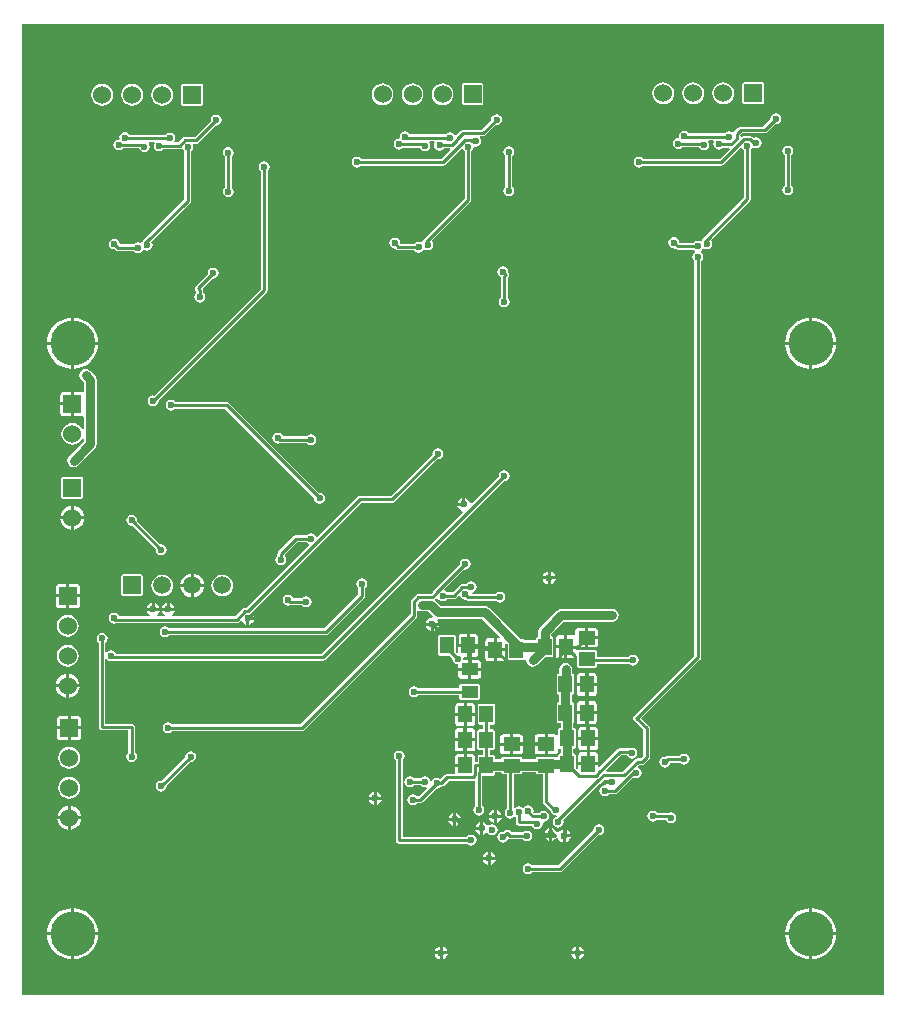
<source format=gbl>
G04 Layer_Physical_Order=2*
G04 Layer_Color=16711680*
%FSLAX25Y25*%
%MOIN*%
G70*
G01*
G75*
%ADD12R,0.04528X0.05709*%
%ADD13R,0.05709X0.04528*%
%ADD15R,0.05512X0.04134*%
%ADD25C,0.01000*%
%ADD26C,0.03000*%
%ADD27C,0.15000*%
%ADD28C,0.06000*%
%ADD29R,0.06000X0.06000*%
%ADD30R,0.06000X0.06000*%
%ADD31C,0.05905*%
%ADD32R,0.05905X0.05905*%
%ADD33C,0.02362*%
G36*
X388500Y176522D02*
X101122D01*
Y499978D01*
X388500D01*
Y176522D01*
D02*
G37*
%LPC*%
G36*
X248413Y261000D02*
X245630D01*
Y258646D01*
X245708Y258256D01*
X245929Y257925D01*
X246259Y257704D01*
X246650Y257626D01*
X248413D01*
Y261000D01*
D02*
G37*
G36*
X252197D02*
X249413D01*
Y257626D01*
X251177D01*
X251567Y257704D01*
X251898Y257925D01*
X252119Y258256D01*
X252197Y258646D01*
Y261000D01*
D02*
G37*
G36*
X275500Y259500D02*
X272126D01*
Y257736D01*
X272204Y257346D01*
X272425Y257015D01*
X272756Y256794D01*
X273146Y256717D01*
X275500D01*
Y259500D01*
D02*
G37*
G36*
X264000D02*
X260626D01*
Y257736D01*
X260704Y257346D01*
X260925Y257015D01*
X261256Y256794D01*
X261646Y256717D01*
X264000D01*
Y259500D01*
D02*
G37*
G36*
X268374D02*
X265000D01*
Y256717D01*
X267354D01*
X267744Y256794D01*
X268075Y257015D01*
X268296Y257346D01*
X268374Y257736D01*
Y259500D01*
D02*
G37*
G36*
X267354Y263283D02*
X265000D01*
Y260500D01*
X268374D01*
Y262264D01*
X268296Y262654D01*
X268075Y262985D01*
X267744Y263206D01*
X267354Y263283D01*
D02*
G37*
G36*
X275500D02*
X273146D01*
X272756Y263206D01*
X272425Y262985D01*
X272204Y262654D01*
X272126Y262264D01*
Y260500D01*
X275500D01*
Y263283D01*
D02*
G37*
G36*
X264000D02*
X261646D01*
X261256Y263206D01*
X260925Y262985D01*
X260704Y262654D01*
X260626Y262264D01*
Y260500D01*
X264000D01*
Y263283D01*
D02*
G37*
G36*
X289543Y261500D02*
X286760D01*
Y259146D01*
X286838Y258755D01*
X287059Y258425D01*
X287389Y258204D01*
X287779Y258126D01*
X289543D01*
Y261500D01*
D02*
G37*
G36*
X293327D02*
X290543D01*
Y258126D01*
X292307D01*
X292697Y258204D01*
X293028Y258425D01*
X293249Y258755D01*
X293327Y259146D01*
Y261500D01*
D02*
G37*
G36*
X322000Y256816D02*
X321305Y256678D01*
X320716Y256284D01*
X320607Y256121D01*
X316500D01*
X316071Y256036D01*
X315707Y255793D01*
X315707Y255793D01*
X315692Y255778D01*
X315500Y255816D01*
X314805Y255678D01*
X314216Y255284D01*
X313822Y254695D01*
X313684Y254000D01*
X313822Y253305D01*
X314216Y252716D01*
X314805Y252322D01*
X315500Y252184D01*
X316195Y252322D01*
X316784Y252716D01*
X317178Y253305D01*
X317292Y253878D01*
X320607D01*
X320716Y253716D01*
X321305Y253322D01*
X322000Y253184D01*
X322695Y253322D01*
X323284Y253716D01*
X323678Y254305D01*
X323816Y255000D01*
X323678Y255695D01*
X323284Y256284D01*
X322695Y256678D01*
X322000Y256816D01*
D02*
G37*
G36*
X218500Y244124D02*
X218149Y244055D01*
X217427Y243572D01*
X216945Y242851D01*
X216876Y242500D01*
X218500D01*
Y244124D01*
D02*
G37*
G36*
X219500D02*
Y242500D01*
X221124D01*
X221055Y242851D01*
X220572Y243572D01*
X219851Y244055D01*
X219500Y244124D01*
D02*
G37*
G36*
X117000Y249131D02*
X116060Y249007D01*
X115184Y248645D01*
X114432Y248067D01*
X113855Y247316D01*
X113493Y246440D01*
X113369Y245500D01*
X113493Y244560D01*
X113855Y243685D01*
X114432Y242933D01*
X115184Y242355D01*
X116060Y241993D01*
X117000Y241869D01*
X117940Y241993D01*
X118816Y242355D01*
X119568Y242933D01*
X120145Y243685D01*
X120507Y244560D01*
X120631Y245500D01*
X120507Y246440D01*
X120145Y247316D01*
X119568Y248067D01*
X118816Y248645D01*
X117940Y249007D01*
X117000Y249131D01*
D02*
G37*
G36*
X218500Y241500D02*
X216876D01*
X216945Y241149D01*
X217427Y240427D01*
X218149Y239945D01*
X218500Y239876D01*
Y241500D01*
D02*
G37*
G36*
X221124D02*
X219500D01*
Y239876D01*
X219851Y239945D01*
X220572Y240427D01*
X221055Y241149D01*
X221124Y241500D01*
D02*
G37*
G36*
X292307Y257374D02*
X290543D01*
Y254000D01*
X293327D01*
Y256354D01*
X293249Y256745D01*
X293028Y257075D01*
X292697Y257296D01*
X292307Y257374D01*
D02*
G37*
G36*
X157480Y257721D02*
X156785Y257583D01*
X156196Y257190D01*
X155803Y256600D01*
X155664Y255906D01*
X155702Y255714D01*
X147829Y247841D01*
X147638Y247879D01*
X146943Y247741D01*
X146354Y247347D01*
X145960Y246758D01*
X145822Y246063D01*
X145960Y245368D01*
X146354Y244779D01*
X146943Y244385D01*
X147638Y244247D01*
X148333Y244385D01*
X148922Y244779D01*
X149316Y245368D01*
X149454Y246063D01*
X149416Y246255D01*
X157289Y254128D01*
X157480Y254089D01*
X158175Y254228D01*
X158764Y254621D01*
X159158Y255211D01*
X159296Y255906D01*
X159158Y256600D01*
X158764Y257190D01*
X158175Y257583D01*
X157480Y257721D01*
D02*
G37*
G36*
X289543Y257374D02*
X287779D01*
X287389Y257296D01*
X287059Y257075D01*
X286838Y256745D01*
X286760Y256354D01*
Y254000D01*
X289543D01*
Y257374D01*
D02*
G37*
G36*
X117000Y259131D02*
X116060Y259007D01*
X115184Y258645D01*
X114432Y258067D01*
X113855Y257315D01*
X113493Y256440D01*
X113369Y255500D01*
X113493Y254560D01*
X113855Y253684D01*
X114432Y252933D01*
X115184Y252355D01*
X116060Y251993D01*
X117000Y251869D01*
X117940Y251993D01*
X118816Y252355D01*
X119568Y252933D01*
X120145Y253684D01*
X120507Y254560D01*
X120631Y255500D01*
X120507Y256440D01*
X120145Y257315D01*
X119568Y258067D01*
X118816Y258645D01*
X117940Y259007D01*
X117000Y259131D01*
D02*
G37*
G36*
X248457Y256874D02*
X246693D01*
X246303Y256796D01*
X245972Y256575D01*
X245751Y256244D01*
X245673Y255854D01*
Y253500D01*
X248457D01*
Y256874D01*
D02*
G37*
G36*
X116500Y265000D02*
X112980D01*
Y262500D01*
X113058Y262110D01*
X113279Y261779D01*
X113610Y261558D01*
X114000Y261480D01*
X116500D01*
Y265000D01*
D02*
G37*
G36*
X291764Y274374D02*
X290000D01*
Y271000D01*
X292783D01*
Y273354D01*
X292706Y273745D01*
X292485Y274075D01*
X292154Y274296D01*
X291764Y274374D01*
D02*
G37*
G36*
X116000Y279000D02*
X112531D01*
X112603Y278456D01*
X113006Y277483D01*
X113647Y276647D01*
X114483Y276006D01*
X115456Y275603D01*
X116000Y275531D01*
Y279000D01*
D02*
G37*
G36*
X289000Y274374D02*
X287236D01*
X286846Y274296D01*
X286515Y274075D01*
X286294Y273745D01*
X286217Y273354D01*
Y271000D01*
X289000D01*
Y274374D01*
D02*
G37*
G36*
X248500Y273874D02*
X246736D01*
X246346Y273796D01*
X246015Y273575D01*
X245794Y273245D01*
X245717Y272854D01*
Y270500D01*
X248500D01*
Y273874D01*
D02*
G37*
G36*
X251264D02*
X249500D01*
Y270500D01*
X252283D01*
Y272854D01*
X252206Y273245D01*
X251985Y273575D01*
X251654Y273796D01*
X251264Y273874D01*
D02*
G37*
G36*
X253256Y280236D02*
X247744D01*
X247285Y280046D01*
X247095Y279587D01*
Y278641D01*
X233380D01*
X233284Y278784D01*
X232695Y279178D01*
X232000Y279316D01*
X231305Y279178D01*
X230716Y278784D01*
X230322Y278195D01*
X230184Y277500D01*
X230322Y276805D01*
X230716Y276216D01*
X231305Y275822D01*
X232000Y275684D01*
X232695Y275822D01*
X233284Y276216D01*
X233406Y276398D01*
X247095D01*
Y275453D01*
X247285Y274993D01*
X247744Y274803D01*
X253256D01*
X253715Y274993D01*
X253905Y275453D01*
Y279587D01*
X253715Y280046D01*
X253256Y280236D01*
D02*
G37*
G36*
X116000Y283469D02*
X115456Y283397D01*
X114483Y282994D01*
X113647Y282353D01*
X113006Y281517D01*
X112603Y280544D01*
X112531Y280000D01*
X116000D01*
Y283469D01*
D02*
G37*
G36*
X292783Y279500D02*
X290000D01*
Y276126D01*
X291764D01*
X292154Y276204D01*
X292485Y276425D01*
X292706Y276755D01*
X292783Y277146D01*
Y279500D01*
D02*
G37*
G36*
X120469Y279000D02*
X117000D01*
Y275531D01*
X117544Y275603D01*
X118517Y276006D01*
X119353Y276647D01*
X119994Y277483D01*
X120397Y278456D01*
X120469Y279000D01*
D02*
G37*
G36*
X289000Y279500D02*
X286217D01*
Y277146D01*
X286294Y276755D01*
X286515Y276425D01*
X286846Y276204D01*
X287236Y276126D01*
X289000D01*
Y279500D01*
D02*
G37*
G36*
X292783Y270000D02*
X290000D01*
Y266626D01*
X291764D01*
X292154Y266704D01*
X292485Y266925D01*
X292706Y267255D01*
X292783Y267646D01*
Y270000D01*
D02*
G37*
G36*
X289543Y265874D02*
X287779D01*
X287389Y265796D01*
X287059Y265575D01*
X286838Y265245D01*
X286760Y264854D01*
Y262500D01*
X289543D01*
Y265874D01*
D02*
G37*
G36*
X292307D02*
X290543D01*
Y262500D01*
X293327D01*
Y264854D01*
X293249Y265245D01*
X293028Y265575D01*
X292697Y265796D01*
X292307Y265874D01*
D02*
G37*
G36*
X251177Y265374D02*
X249413D01*
Y262000D01*
X252197D01*
Y264354D01*
X252119Y264744D01*
X251898Y265075D01*
X251567Y265296D01*
X251177Y265374D01*
D02*
G37*
G36*
X121020Y265000D02*
X117500D01*
Y261480D01*
X120000D01*
X120390Y261558D01*
X120721Y261779D01*
X120942Y262110D01*
X121020Y262500D01*
Y265000D01*
D02*
G37*
G36*
X248413Y265374D02*
X246650D01*
X246259Y265296D01*
X245929Y265075D01*
X245708Y264744D01*
X245630Y264354D01*
Y262000D01*
X248413D01*
Y265374D01*
D02*
G37*
G36*
X252283Y269500D02*
X249500D01*
Y266126D01*
X251264D01*
X251654Y266204D01*
X251985Y266425D01*
X252206Y266756D01*
X252283Y267146D01*
Y269500D01*
D02*
G37*
G36*
X289000Y270000D02*
X286217D01*
Y267646D01*
X286294Y267255D01*
X286515Y266925D01*
X286846Y266704D01*
X287236Y266626D01*
X289000D01*
Y270000D01*
D02*
G37*
G36*
X248500Y269500D02*
X245717D01*
Y267146D01*
X245794Y266756D01*
X246015Y266425D01*
X246346Y266204D01*
X246736Y266126D01*
X248500D01*
Y269500D01*
D02*
G37*
G36*
X116500Y269520D02*
X114000D01*
X113610Y269442D01*
X113279Y269221D01*
X113058Y268890D01*
X112980Y268500D01*
Y266000D01*
X116500D01*
Y269520D01*
D02*
G37*
G36*
X120000D02*
X117500D01*
Y266000D01*
X121020D01*
Y268500D01*
X120942Y268890D01*
X120721Y269221D01*
X120390Y269442D01*
X120000Y269520D01*
D02*
G37*
G36*
X259500Y238124D02*
Y236500D01*
X261124D01*
X261055Y236851D01*
X260573Y237573D01*
X259851Y238055D01*
X259500Y238124D01*
D02*
G37*
G36*
X363673Y205342D02*
X362507Y205227D01*
X360905Y204741D01*
X359428Y203952D01*
X358134Y202890D01*
X357071Y201596D01*
X356282Y200119D01*
X355796Y198517D01*
X355681Y197350D01*
X363673D01*
Y205342D01*
D02*
G37*
G36*
X364673D02*
Y197350D01*
X372665D01*
X372550Y198517D01*
X372064Y200119D01*
X371275Y201596D01*
X370213Y202890D01*
X368918Y203952D01*
X367442Y204741D01*
X365840Y205227D01*
X364673Y205342D01*
D02*
G37*
G36*
X118610D02*
Y197350D01*
X126602D01*
X126487Y198517D01*
X126001Y200119D01*
X125212Y201596D01*
X124150Y202890D01*
X122855Y203952D01*
X121379Y204741D01*
X119776Y205227D01*
X118610Y205342D01*
D02*
G37*
G36*
X287000Y192624D02*
Y191000D01*
X288624D01*
X288555Y191351D01*
X288072Y192072D01*
X287351Y192554D01*
X287000Y192624D01*
D02*
G37*
G36*
X117610Y205342D02*
X116444Y205227D01*
X114842Y204741D01*
X113365Y203952D01*
X112071Y202890D01*
X111009Y201596D01*
X110219Y200119D01*
X109733Y198517D01*
X109618Y197350D01*
X117610D01*
Y205342D01*
D02*
G37*
G36*
X257500Y224124D02*
Y222500D01*
X259124D01*
X259055Y222851D01*
X258573Y223572D01*
X257851Y224055D01*
X257500Y224124D01*
D02*
G37*
G36*
X227000Y257816D02*
X226305Y257678D01*
X225716Y257284D01*
X225322Y256695D01*
X225184Y256000D01*
X225322Y255305D01*
X225716Y254716D01*
X225879Y254607D01*
Y228000D01*
X225964Y227571D01*
X226207Y227207D01*
X226571Y226964D01*
X227000Y226878D01*
X249607D01*
X249716Y226716D01*
X250305Y226322D01*
X251000Y226184D01*
X251695Y226322D01*
X252284Y226716D01*
X252678Y227305D01*
X252816Y228000D01*
X252678Y228695D01*
X252284Y229284D01*
X251695Y229678D01*
X251000Y229816D01*
X250305Y229678D01*
X249716Y229284D01*
X249607Y229121D01*
X228121D01*
Y254607D01*
X228284Y254716D01*
X228678Y255305D01*
X228816Y256000D01*
X228678Y256695D01*
X228284Y257284D01*
X227695Y257678D01*
X227000Y257816D01*
D02*
G37*
G36*
X256500Y224124D02*
X256149Y224055D01*
X255428Y223572D01*
X254945Y222851D01*
X254876Y222500D01*
X256500D01*
Y224124D01*
D02*
G37*
G36*
Y221500D02*
X254876D01*
X254945Y221149D01*
X255428Y220427D01*
X256149Y219945D01*
X256500Y219876D01*
Y221500D01*
D02*
G37*
G36*
X259124D02*
X257500D01*
Y219876D01*
X257851Y219945D01*
X258573Y220427D01*
X259055Y221149D01*
X259124Y221500D01*
D02*
G37*
G36*
X286000Y192624D02*
X285649Y192554D01*
X284928Y192072D01*
X284445Y191351D01*
X284376Y191000D01*
X286000D01*
Y192624D01*
D02*
G37*
G36*
X372665Y196350D02*
X364673D01*
Y188358D01*
X365840Y188473D01*
X367442Y188959D01*
X368918Y189749D01*
X370213Y190811D01*
X371275Y192105D01*
X372064Y193582D01*
X372550Y195184D01*
X372665Y196350D01*
D02*
G37*
G36*
X240500Y190000D02*
X238876D01*
X238945Y189649D01*
X239427Y188927D01*
X240149Y188445D01*
X240500Y188376D01*
Y190000D01*
D02*
G37*
G36*
X363673Y196350D02*
X355681D01*
X355796Y195184D01*
X356282Y193582D01*
X357071Y192105D01*
X358134Y190811D01*
X359428Y189749D01*
X360905Y188959D01*
X362507Y188473D01*
X363673Y188358D01*
Y196350D01*
D02*
G37*
G36*
X117610D02*
X109618D01*
X109733Y195184D01*
X110219Y193582D01*
X111009Y192105D01*
X112071Y190811D01*
X113365Y189749D01*
X114842Y188959D01*
X116444Y188473D01*
X117610Y188358D01*
Y196350D01*
D02*
G37*
G36*
X126602D02*
X118610D01*
Y188358D01*
X119776Y188473D01*
X121379Y188959D01*
X122855Y189749D01*
X124150Y190811D01*
X125212Y192105D01*
X126001Y193582D01*
X126487Y195184D01*
X126602Y196350D01*
D02*
G37*
G36*
X240500Y192624D02*
X240149Y192554D01*
X239427Y192072D01*
X238945Y191351D01*
X238876Y191000D01*
X240500D01*
Y192624D01*
D02*
G37*
G36*
X241500D02*
Y191000D01*
X243124D01*
X243055Y191351D01*
X242572Y192072D01*
X241851Y192554D01*
X241500Y192624D01*
D02*
G37*
G36*
X288624Y190000D02*
X287000D01*
Y188376D01*
X287351Y188445D01*
X288072Y188927D01*
X288555Y189649D01*
X288624Y190000D01*
D02*
G37*
G36*
X243124D02*
X241500D01*
Y188376D01*
X241851Y188445D01*
X242572Y188927D01*
X243055Y189649D01*
X243124Y190000D01*
D02*
G37*
G36*
X286000D02*
X284376D01*
X284445Y189649D01*
X284928Y188927D01*
X285649Y188445D01*
X286000Y188376D01*
Y190000D01*
D02*
G37*
G36*
X278000Y232124D02*
Y230000D01*
Y227876D01*
X278351Y227945D01*
X279072Y228428D01*
X279386Y228897D01*
X279917Y228792D01*
X279945Y228649D01*
X280428Y227927D01*
X281149Y227445D01*
X281500Y227376D01*
Y229500D01*
Y231624D01*
X281149Y231555D01*
X280428Y231072D01*
X280114Y230603D01*
X279583Y230708D01*
X279555Y230851D01*
X279072Y231573D01*
X278351Y232055D01*
X278000Y232124D01*
D02*
G37*
G36*
X258500Y235500D02*
X256876D01*
X256945Y235149D01*
X257428Y234427D01*
X258149Y233945D01*
X258500Y233876D01*
Y235500D01*
D02*
G37*
G36*
X261124D02*
X259500D01*
Y233876D01*
X259851Y233945D01*
X260573Y234427D01*
X261055Y235149D01*
X261124Y235500D01*
D02*
G37*
G36*
X311500Y237816D02*
X310805Y237678D01*
X310216Y237284D01*
X309822Y236695D01*
X309684Y236000D01*
X309822Y235305D01*
X310216Y234716D01*
X310805Y234322D01*
X311500Y234184D01*
X312195Y234322D01*
X312784Y234716D01*
X312893Y234878D01*
X315808D01*
X315822Y234805D01*
X316216Y234216D01*
X316805Y233822D01*
X317500Y233684D01*
X318195Y233822D01*
X318784Y234216D01*
X319178Y234805D01*
X319316Y235500D01*
X319178Y236195D01*
X318784Y236784D01*
X318195Y237178D01*
X317500Y237316D01*
X316805Y237178D01*
X316721Y237122D01*
X312893D01*
X312784Y237284D01*
X312195Y237678D01*
X311500Y237816D01*
D02*
G37*
G36*
X245000Y234500D02*
X243376D01*
X243445Y234149D01*
X243928Y233428D01*
X244649Y232945D01*
X245000Y232876D01*
Y234500D01*
D02*
G37*
G36*
X247624D02*
X246000D01*
Y232876D01*
X246351Y232945D01*
X247073Y233428D01*
X247555Y234149D01*
X247624Y234500D01*
D02*
G37*
G36*
X117500Y239469D02*
Y236000D01*
X120969D01*
X120897Y236544D01*
X120494Y237517D01*
X119853Y238353D01*
X119017Y238994D01*
X118044Y239397D01*
X117500Y239469D01*
D02*
G37*
G36*
X258500Y238124D02*
X258149Y238055D01*
X257428Y237573D01*
X256945Y236851D01*
X256876Y236500D01*
X258500D01*
Y238124D01*
D02*
G37*
G36*
X116500Y239469D02*
X115956Y239397D01*
X114983Y238994D01*
X114147Y238353D01*
X113506Y237517D01*
X113103Y236544D01*
X113031Y236000D01*
X116500D01*
Y239469D01*
D02*
G37*
G36*
X245000Y237124D02*
X244649Y237055D01*
X243928Y236573D01*
X243445Y235851D01*
X243376Y235500D01*
X245000D01*
Y237124D01*
D02*
G37*
G36*
X246000D02*
Y235500D01*
X247624D01*
X247555Y235851D01*
X247073Y236573D01*
X246351Y237055D01*
X246000Y237124D01*
D02*
G37*
G36*
X254000Y234124D02*
X253649Y234055D01*
X252927Y233573D01*
X252445Y232851D01*
X252376Y232500D01*
X254000D01*
Y234124D01*
D02*
G37*
G36*
X293500Y233316D02*
X292805Y233178D01*
X292216Y232784D01*
X291822Y232195D01*
X291684Y231500D01*
X291722Y231308D01*
X280035Y219621D01*
X271393D01*
X271284Y219784D01*
X270695Y220178D01*
X270000Y220316D01*
X269305Y220178D01*
X268716Y219784D01*
X268322Y219195D01*
X268184Y218500D01*
X268322Y217805D01*
X268716Y217216D01*
X269305Y216822D01*
X270000Y216684D01*
X270695Y216822D01*
X271284Y217216D01*
X271393Y217378D01*
X280500D01*
X280500Y217378D01*
X280929Y217464D01*
X281293Y217707D01*
X293308Y229722D01*
X293500Y229684D01*
X294195Y229822D01*
X294784Y230216D01*
X295178Y230805D01*
X295316Y231500D01*
X295178Y232195D01*
X294784Y232784D01*
X294195Y233178D01*
X293500Y233316D01*
D02*
G37*
G36*
X254000Y231500D02*
X252376D01*
X252445Y231149D01*
X252927Y230428D01*
X253649Y229945D01*
X254000Y229876D01*
Y231500D01*
D02*
G37*
G36*
X255000Y234124D02*
Y232000D01*
Y229876D01*
X255351Y229945D01*
X256072Y230428D01*
X256073Y230429D01*
X256574Y230429D01*
X256716Y230216D01*
X257305Y229822D01*
X258000Y229684D01*
X258695Y229822D01*
X259284Y230216D01*
X259678Y230805D01*
X259816Y231500D01*
X259678Y232195D01*
X259284Y232784D01*
X258695Y233178D01*
X258000Y233316D01*
X257305Y233178D01*
X257019Y232987D01*
X256988Y232978D01*
X256381Y233112D01*
X256379Y233114D01*
X256072Y233573D01*
X255351Y234055D01*
X255000Y234124D01*
D02*
G37*
G36*
X284124Y229000D02*
X282500D01*
Y227376D01*
X282851Y227445D01*
X283573Y227927D01*
X284055Y228649D01*
X284124Y229000D01*
D02*
G37*
G36*
X277000Y229500D02*
X275376D01*
X275445Y229149D01*
X275927Y228428D01*
X276649Y227945D01*
X277000Y227876D01*
Y229500D01*
D02*
G37*
G36*
X116500Y235000D02*
X113031D01*
X113103Y234456D01*
X113506Y233483D01*
X114147Y232647D01*
X114983Y232006D01*
X115956Y231603D01*
X116500Y231531D01*
Y235000D01*
D02*
G37*
G36*
X120969D02*
X117500D01*
Y231531D01*
X118044Y231603D01*
X119017Y232006D01*
X119853Y232647D01*
X120494Y233483D01*
X120897Y234456D01*
X120969Y235000D01*
D02*
G37*
G36*
X263000Y231622D02*
X262571Y231536D01*
X262207Y231293D01*
X261692Y230778D01*
X261500Y230816D01*
X260805Y230678D01*
X260216Y230284D01*
X259822Y229695D01*
X259684Y229000D01*
X259822Y228305D01*
X260216Y227716D01*
X260805Y227322D01*
X261500Y227184D01*
X262195Y227322D01*
X262784Y227716D01*
X263178Y228305D01*
X263567Y228466D01*
X263571Y228464D01*
X264000Y228379D01*
X268107D01*
X268216Y228216D01*
X268805Y227822D01*
X269500Y227684D01*
X270195Y227822D01*
X270784Y228216D01*
X271178Y228805D01*
X271316Y229500D01*
X271178Y230195D01*
X270784Y230784D01*
X270195Y231178D01*
X269500Y231316D01*
X268805Y231178D01*
X268216Y230784D01*
X268107Y230622D01*
X264465D01*
X263793Y231293D01*
X263429Y231536D01*
X263000Y231622D01*
D02*
G37*
G36*
X282500Y231624D02*
Y230000D01*
X284124D01*
X284055Y230351D01*
X283573Y231072D01*
X282851Y231555D01*
X282500Y231624D01*
D02*
G37*
G36*
X277000Y232124D02*
X276649Y232055D01*
X275927Y231573D01*
X275445Y230851D01*
X275376Y230500D01*
X277000D01*
Y232124D01*
D02*
G37*
G36*
X182000Y454316D02*
X181305Y454178D01*
X180716Y453784D01*
X180322Y453195D01*
X180184Y452500D01*
X180322Y451805D01*
X180716Y451216D01*
X180878Y451107D01*
Y411878D01*
X145235Y376235D01*
X145043Y376273D01*
X144348Y376134D01*
X143759Y375741D01*
X143366Y375152D01*
X143227Y374457D01*
X143366Y373762D01*
X143759Y373173D01*
X144348Y372779D01*
X145043Y372641D01*
X145738Y372779D01*
X146327Y373173D01*
X146721Y373762D01*
X146859Y374457D01*
X146821Y374648D01*
X182793Y410620D01*
X182793Y410620D01*
X183036Y410984D01*
X183122Y411413D01*
Y451107D01*
X183284Y451216D01*
X183678Y451805D01*
X183816Y452500D01*
X183678Y453195D01*
X183284Y453784D01*
X182695Y454178D01*
X182000Y454316D01*
D02*
G37*
G36*
X122500Y385141D02*
X121681Y384978D01*
X120986Y384514D01*
X120522Y383819D01*
X120359Y383000D01*
X120522Y382181D01*
X120986Y381486D01*
X121859Y380613D01*
Y377711D01*
X121691Y377576D01*
X121359Y377401D01*
X121059Y377461D01*
X118559D01*
Y373441D01*
Y369421D01*
X121059D01*
X121359Y369481D01*
X121691Y369306D01*
X121859Y369171D01*
Y364981D01*
X121359Y364882D01*
X121204Y365257D01*
X120627Y366008D01*
X119875Y366585D01*
X118999Y366948D01*
X118059Y367072D01*
X117119Y366948D01*
X116244Y366585D01*
X115491Y366008D01*
X114915Y365257D01*
X114552Y364381D01*
X114428Y363441D01*
X114552Y362501D01*
X114915Y361625D01*
X115491Y360873D01*
X116244Y360296D01*
X117119Y359934D01*
X118059Y359810D01*
X118999Y359934D01*
X119875Y360296D01*
X120627Y360873D01*
X121204Y361625D01*
X121359Y362000D01*
X121859Y361901D01*
Y360887D01*
X116986Y356014D01*
X116522Y355319D01*
X116359Y354500D01*
X116522Y353681D01*
X116986Y352986D01*
X117681Y352522D01*
X118500Y352359D01*
X119319Y352522D01*
X120014Y352986D01*
X120163Y353135D01*
X120284Y353216D01*
X120365Y353337D01*
X125514Y358486D01*
X125978Y359181D01*
X126141Y360000D01*
Y381500D01*
X125978Y382319D01*
X125514Y383014D01*
X124014Y384514D01*
X123319Y384978D01*
X122500Y385141D01*
D02*
G37*
G36*
X117559Y377461D02*
X115059D01*
X114669Y377383D01*
X114338Y377162D01*
X114117Y376831D01*
X114040Y376441D01*
Y373941D01*
X117559D01*
Y377461D01*
D02*
G37*
G36*
X186500Y363816D02*
X185805Y363678D01*
X185216Y363284D01*
X184822Y362695D01*
X184684Y362000D01*
X184822Y361305D01*
X185216Y360716D01*
X185805Y360322D01*
X186500Y360184D01*
X187195Y360322D01*
X187279Y360379D01*
X196107D01*
X196216Y360216D01*
X196805Y359822D01*
X197500Y359684D01*
X198195Y359822D01*
X198784Y360216D01*
X199178Y360805D01*
X199316Y361500D01*
X199178Y362195D01*
X198784Y362784D01*
X198195Y363178D01*
X197500Y363316D01*
X196805Y363178D01*
X196216Y362784D01*
X196107Y362621D01*
X188192D01*
X188178Y362695D01*
X187784Y363284D01*
X187195Y363678D01*
X186500Y363816D01*
D02*
G37*
G36*
X117559Y372941D02*
X114040D01*
Y370441D01*
X114117Y370051D01*
X114338Y369720D01*
X114669Y369499D01*
X115059Y369421D01*
X117559D01*
Y372941D01*
D02*
G37*
G36*
X117610Y393201D02*
X109618D01*
X109733Y392035D01*
X110219Y390432D01*
X111009Y388956D01*
X112071Y387661D01*
X113365Y386599D01*
X114842Y385810D01*
X116444Y385324D01*
X117610Y385209D01*
Y393201D01*
D02*
G37*
G36*
Y402193D02*
X116444Y402078D01*
X114842Y401592D01*
X113365Y400803D01*
X112071Y399740D01*
X111009Y398446D01*
X110219Y396969D01*
X109733Y395367D01*
X109618Y394201D01*
X117610D01*
Y402193D01*
D02*
G37*
G36*
X118610D02*
Y394201D01*
X126602D01*
X126487Y395367D01*
X126001Y396969D01*
X125212Y398446D01*
X124150Y399740D01*
X122855Y400803D01*
X121379Y401592D01*
X119776Y402078D01*
X118610Y402193D01*
D02*
G37*
G36*
X372665Y393201D02*
X364673D01*
Y385209D01*
X365840Y385324D01*
X367442Y385810D01*
X368918Y386599D01*
X370213Y387661D01*
X371275Y388956D01*
X372064Y390432D01*
X372550Y392035D01*
X372665Y393201D01*
D02*
G37*
G36*
X126602D02*
X118610D01*
Y385209D01*
X119776Y385324D01*
X121379Y385810D01*
X122855Y386599D01*
X124150Y387661D01*
X125212Y388956D01*
X126001Y390432D01*
X126487Y392035D01*
X126602Y393201D01*
D02*
G37*
G36*
X363673D02*
X355681D01*
X355796Y392035D01*
X356282Y390432D01*
X357071Y388956D01*
X358134Y387661D01*
X359428Y386599D01*
X360905Y385810D01*
X362507Y385324D01*
X363673Y385209D01*
Y393201D01*
D02*
G37*
G36*
X121969Y335000D02*
X118500D01*
Y331531D01*
X119044Y331603D01*
X120017Y332006D01*
X120853Y332647D01*
X121494Y333483D01*
X121897Y334456D01*
X121969Y335000D01*
D02*
G37*
G36*
X117500Y339469D02*
X116956Y339397D01*
X115983Y338994D01*
X115147Y338353D01*
X114506Y337517D01*
X114103Y336544D01*
X114031Y336000D01*
X117500D01*
Y339469D01*
D02*
G37*
G36*
Y335000D02*
X114031D01*
X114103Y334456D01*
X114506Y333483D01*
X115147Y332647D01*
X115983Y332006D01*
X116956Y331603D01*
X117500Y331531D01*
Y335000D01*
D02*
G37*
G36*
X249000Y321816D02*
X248305Y321678D01*
X247716Y321284D01*
X247322Y320695D01*
X247184Y320000D01*
X247185Y319997D01*
X238426Y311238D01*
X238183Y310874D01*
X238157Y310743D01*
X237635Y310222D01*
X233423D01*
X233423Y310222D01*
X232994Y310136D01*
X232630Y309893D01*
X232630Y309893D01*
X231107Y308370D01*
X230864Y308006D01*
X230778Y307577D01*
X230779Y307577D01*
Y303365D01*
X194035Y266621D01*
X151393D01*
X151284Y266784D01*
X150695Y267178D01*
X150000Y267316D01*
X149305Y267178D01*
X148716Y266784D01*
X148322Y266195D01*
X148184Y265500D01*
X148322Y264805D01*
X148716Y264216D01*
X149305Y263822D01*
X150000Y263684D01*
X150695Y263822D01*
X151284Y264216D01*
X151393Y264378D01*
X194500D01*
X194500Y264378D01*
X194929Y264464D01*
X195293Y264707D01*
X232693Y302107D01*
X232693Y302107D01*
X232936Y302471D01*
X233022Y302900D01*
X233021Y302900D01*
Y304432D01*
X233463Y304668D01*
X233681Y304522D01*
X234500Y304359D01*
X236613D01*
X238298Y302674D01*
X238051Y302214D01*
X238000Y302224D01*
X237149Y302055D01*
X236427Y301572D01*
X235945Y300851D01*
X235876Y300500D01*
X240124D01*
X240055Y300851D01*
X239679Y301413D01*
X239965Y301866D01*
X240000Y301859D01*
X254656D01*
X260636Y295879D01*
X260445Y295417D01*
X259500D01*
Y292043D01*
X262283D01*
Y293579D01*
X262745Y293770D01*
X263173Y293342D01*
Y288689D01*
X263364Y288230D01*
X263823Y288040D01*
X268350D01*
X268810Y288230D01*
X269368Y288272D01*
X269402Y288216D01*
X269359Y288000D01*
X269522Y287181D01*
X269986Y286486D01*
X270681Y286022D01*
X271500Y285859D01*
X272319Y286022D01*
X273014Y286486D01*
X275524Y288996D01*
X277764D01*
X278223Y289187D01*
X278413Y289646D01*
Y295354D01*
X278223Y295813D01*
X277764Y296004D01*
X277641D01*
Y296613D01*
X281887Y300859D01*
X298000D01*
X298819Y301022D01*
X299514Y301486D01*
X299978Y302181D01*
X300141Y303000D01*
X299978Y303819D01*
X299514Y304514D01*
X298819Y304978D01*
X298000Y305141D01*
X281000D01*
X280181Y304978D01*
X279486Y304514D01*
X273986Y299014D01*
X273522Y298319D01*
X273359Y297500D01*
Y296004D01*
X273236D01*
X272777Y295813D01*
X272587Y295354D01*
Y294641D01*
X268899D01*
X268810Y294857D01*
X268350Y295047D01*
X267524D01*
X257057Y305514D01*
X256363Y305978D01*
X255543Y306141D01*
X240887D01*
X239151Y307878D01*
X239028Y308081D01*
X239095Y308392D01*
X239459Y308652D01*
X239995Y308546D01*
X240216Y308216D01*
X240805Y307822D01*
X241500Y307684D01*
X242195Y307822D01*
X242784Y308216D01*
X242893Y308379D01*
X245274D01*
X245274Y308378D01*
X245703Y308464D01*
X246067Y308707D01*
X246838Y309478D01*
X247259Y309350D01*
X247342Y309275D01*
X247716Y308716D01*
X248305Y308322D01*
X249000Y308184D01*
X249192Y308222D01*
X249207Y308207D01*
X249207Y308207D01*
X249571Y307964D01*
X250000Y307878D01*
X259107D01*
X259216Y307716D01*
X259805Y307322D01*
X260500Y307184D01*
X261195Y307322D01*
X261784Y307716D01*
X262178Y308305D01*
X262316Y309000D01*
X262178Y309695D01*
X261784Y310284D01*
X261195Y310678D01*
X260500Y310816D01*
X259805Y310678D01*
X259216Y310284D01*
X259107Y310121D01*
X251281D01*
X251221Y310218D01*
X251462Y310776D01*
X251695Y310822D01*
X252284Y311216D01*
X252678Y311805D01*
X252816Y312500D01*
X252678Y313195D01*
X252284Y313784D01*
X251695Y314178D01*
X251000Y314316D01*
X250305Y314178D01*
X249716Y313784D01*
X249461Y313403D01*
X248055D01*
X248055Y313403D01*
X247626Y313317D01*
X247262Y313074D01*
X244810Y310622D01*
X242893D01*
X242784Y310784D01*
X242225Y311158D01*
X242149Y311241D01*
X242022Y311662D01*
X248620Y318260D01*
X249000Y318184D01*
X249695Y318322D01*
X250284Y318716D01*
X250678Y319305D01*
X250816Y320000D01*
X250678Y320695D01*
X250284Y321284D01*
X249695Y321678D01*
X249000Y321816D01*
D02*
G37*
G36*
X137795Y336462D02*
X137100Y336323D01*
X136511Y335930D01*
X136117Y335341D01*
X135979Y334646D01*
X136117Y333951D01*
X136511Y333362D01*
X137100Y332968D01*
X137795Y332830D01*
X137987Y332868D01*
X145860Y324995D01*
X145822Y324803D01*
X145960Y324108D01*
X146354Y323519D01*
X146943Y323125D01*
X147638Y322987D01*
X148333Y323125D01*
X148922Y323519D01*
X149316Y324108D01*
X149454Y324803D01*
X149316Y325498D01*
X148922Y326087D01*
X148333Y326481D01*
X147638Y326619D01*
X147446Y326581D01*
X139573Y334454D01*
X139611Y334646D01*
X139473Y335341D01*
X139079Y335930D01*
X138490Y336323D01*
X137795Y336462D01*
D02*
G37*
G36*
X118500Y339469D02*
Y336000D01*
X121969D01*
X121897Y336544D01*
X121494Y337517D01*
X120853Y338353D01*
X120017Y338994D01*
X119044Y339397D01*
X118500Y339469D01*
D02*
G37*
G36*
X262000Y351316D02*
X261305Y351178D01*
X260716Y350784D01*
X260322Y350195D01*
X260184Y349500D01*
X260222Y349308D01*
X251181Y340267D01*
X250638Y340431D01*
X250555Y340851D01*
X250073Y341572D01*
X249351Y342055D01*
X249000Y342124D01*
Y340000D01*
X248500D01*
Y339500D01*
X246376D01*
X246445Y339149D01*
X246927Y338427D01*
X247649Y337945D01*
X248069Y337862D01*
X248233Y337319D01*
X201035Y290122D01*
X132692D01*
X132678Y290195D01*
X132284Y290784D01*
X131695Y291178D01*
X131000Y291316D01*
X130305Y291178D01*
X129716Y290784D01*
X129574Y290572D01*
X129074Y290724D01*
Y293883D01*
X129237Y293991D01*
X129630Y294581D01*
X129769Y295276D01*
X129630Y295971D01*
X129237Y296560D01*
X128648Y296953D01*
X127953Y297092D01*
X127258Y296953D01*
X126669Y296560D01*
X126275Y295971D01*
X126137Y295276D01*
X126275Y294581D01*
X126669Y293991D01*
X126831Y293883D01*
Y265748D01*
X126917Y265319D01*
X127160Y264955D01*
X127524Y264712D01*
X127953Y264627D01*
X136674D01*
Y257298D01*
X136511Y257190D01*
X136117Y256600D01*
X135979Y255906D01*
X136117Y255211D01*
X136511Y254621D01*
X137100Y254228D01*
X137795Y254089D01*
X138490Y254228D01*
X139079Y254621D01*
X139473Y255211D01*
X139611Y255906D01*
X139473Y256600D01*
X139079Y257190D01*
X138917Y257298D01*
Y265748D01*
X138831Y266177D01*
X138588Y266541D01*
X138224Y266784D01*
X137795Y266870D01*
X129074D01*
Y288276D01*
X129574Y288428D01*
X129716Y288216D01*
X130305Y287822D01*
X131000Y287684D01*
X131695Y287822D01*
X131779Y287878D01*
X201500D01*
X201500Y287878D01*
X201929Y287964D01*
X202293Y288207D01*
X261808Y347722D01*
X262000Y347684D01*
X262695Y347822D01*
X263284Y348216D01*
X263678Y348805D01*
X263816Y349500D01*
X263678Y350195D01*
X263284Y350784D01*
X262695Y351178D01*
X262000Y351316D01*
D02*
G37*
G36*
X239900Y358716D02*
X239205Y358578D01*
X238616Y358184D01*
X238222Y357595D01*
X238084Y356900D01*
X238122Y356708D01*
X224135Y342722D01*
X213837D01*
X213408Y342636D01*
X213044Y342393D01*
X213044Y342393D01*
X199695Y329044D01*
X199223Y329155D01*
X199162Y329218D01*
X198784Y329784D01*
X198195Y330178D01*
X197500Y330316D01*
X196805Y330178D01*
X196216Y329784D01*
X196107Y329622D01*
X192500D01*
X192500Y329622D01*
X192071Y329536D01*
X191707Y329293D01*
X191707Y329293D01*
X186707Y324293D01*
X186464Y323929D01*
X186378Y323500D01*
X186378Y323500D01*
Y322893D01*
X186216Y322784D01*
X185822Y322195D01*
X185684Y321500D01*
X185822Y320805D01*
X186216Y320216D01*
X186805Y319822D01*
X187500Y319684D01*
X188195Y319822D01*
X188784Y320216D01*
X189178Y320805D01*
X189316Y321500D01*
X189178Y322195D01*
X188784Y322784D01*
X188895Y323309D01*
X192965Y327379D01*
X196107D01*
X196216Y327216D01*
X196782Y326838D01*
X196845Y326778D01*
X196956Y326305D01*
X176054Y305403D01*
X175555D01*
X175555Y305403D01*
X175126Y305317D01*
X174762Y305074D01*
X172310Y302622D01*
X151266D01*
X151115Y303121D01*
X151573Y303428D01*
X152055Y304149D01*
X152124Y304500D01*
X147876D01*
X147945Y304149D01*
X148427Y303428D01*
X148885Y303121D01*
X148734Y302622D01*
X146266D01*
X146115Y303121D01*
X146572Y303428D01*
X147055Y304149D01*
X147124Y304500D01*
X142876D01*
X142946Y304149D01*
X143428Y303428D01*
X143885Y303121D01*
X143734Y302622D01*
X133692D01*
X133678Y302695D01*
X133284Y303284D01*
X132695Y303678D01*
X132000Y303816D01*
X131305Y303678D01*
X130716Y303284D01*
X130322Y302695D01*
X130184Y302000D01*
X130322Y301305D01*
X130716Y300716D01*
X131305Y300322D01*
X132000Y300184D01*
X132695Y300322D01*
X132779Y300378D01*
X172774D01*
X172774Y300378D01*
X173203Y300464D01*
X173567Y300707D01*
X173980Y301120D01*
X174554Y300987D01*
X174927Y300428D01*
X175649Y299945D01*
X176000Y299876D01*
Y302000D01*
X176500D01*
Y302500D01*
X178624D01*
X178554Y302851D01*
X178073Y303573D01*
X177995Y303625D01*
X177945Y304122D01*
X214302Y340478D01*
X224600D01*
X224600Y340478D01*
X225029Y340564D01*
X225393Y340807D01*
X239708Y355122D01*
X239900Y355084D01*
X240595Y355222D01*
X241184Y355616D01*
X241578Y356205D01*
X241716Y356900D01*
X241578Y357595D01*
X241184Y358184D01*
X240595Y358578D01*
X239900Y358716D01*
D02*
G37*
G36*
X121000Y349149D02*
X115000D01*
X114541Y348959D01*
X114351Y348500D01*
Y342500D01*
X114541Y342041D01*
X115000Y341851D01*
X121000D01*
X121459Y342041D01*
X121649Y342500D01*
Y348500D01*
X121459Y348959D01*
X121000Y349149D01*
D02*
G37*
G36*
X150980Y374816D02*
X150285Y374678D01*
X149696Y374284D01*
X149302Y373695D01*
X149164Y373000D01*
X149302Y372305D01*
X149696Y371716D01*
X150285Y371322D01*
X150980Y371184D01*
X151675Y371322D01*
X152264Y371716D01*
X152373Y371879D01*
X168976D01*
X198663Y342192D01*
X198625Y342000D01*
X198763Y341305D01*
X199157Y340716D01*
X199746Y340322D01*
X200441Y340184D01*
X201136Y340322D01*
X201725Y340716D01*
X202119Y341305D01*
X202257Y342000D01*
X202119Y342695D01*
X201725Y343284D01*
X201136Y343678D01*
X200441Y343816D01*
X200249Y343778D01*
X170234Y373793D01*
X169870Y374036D01*
X169441Y374122D01*
X169441Y374121D01*
X152373D01*
X152264Y374284D01*
X151675Y374678D01*
X150980Y374816D01*
D02*
G37*
G36*
X248000Y342124D02*
X247649Y342055D01*
X246927Y341572D01*
X246445Y340851D01*
X246376Y340500D01*
X248000D01*
Y342124D01*
D02*
G37*
G36*
X254437Y480390D02*
X248437D01*
X247978Y480199D01*
X247788Y479740D01*
Y473740D01*
X247978Y473281D01*
X248437Y473091D01*
X254437D01*
X254896Y473281D01*
X255086Y473740D01*
Y479740D01*
X254896Y480199D01*
X254437Y480390D01*
D02*
G37*
G36*
X221437Y480371D02*
X220497Y480247D01*
X219621Y479885D01*
X218869Y479308D01*
X218292Y478556D01*
X217930Y477680D01*
X217806Y476740D01*
X217930Y475800D01*
X218292Y474925D01*
X218869Y474173D01*
X219621Y473596D01*
X220497Y473233D01*
X221437Y473109D01*
X222377Y473233D01*
X223253Y473596D01*
X224005Y474173D01*
X224582Y474925D01*
X224944Y475800D01*
X225068Y476740D01*
X224944Y477680D01*
X224582Y478556D01*
X224005Y479308D01*
X223253Y479885D01*
X222377Y480247D01*
X221437Y480371D01*
D02*
G37*
G36*
X148000Y480131D02*
X147060Y480007D01*
X146185Y479645D01*
X145432Y479068D01*
X144855Y478315D01*
X144493Y477440D01*
X144369Y476500D01*
X144493Y475560D01*
X144855Y474684D01*
X145432Y473932D01*
X146185Y473355D01*
X147060Y472993D01*
X148000Y472869D01*
X148940Y472993D01*
X149815Y473355D01*
X150568Y473932D01*
X151145Y474684D01*
X151507Y475560D01*
X151631Y476500D01*
X151507Y477440D01*
X151145Y478315D01*
X150568Y479068D01*
X149815Y479645D01*
X148940Y480007D01*
X148000Y480131D01*
D02*
G37*
G36*
X128000D02*
X127060Y480007D01*
X126184Y479645D01*
X125432Y479068D01*
X124855Y478315D01*
X124493Y477440D01*
X124369Y476500D01*
X124493Y475560D01*
X124855Y474684D01*
X125432Y473932D01*
X126184Y473355D01*
X127060Y472993D01*
X128000Y472869D01*
X128940Y472993D01*
X129815Y473355D01*
X130568Y473932D01*
X131145Y474684D01*
X131507Y475560D01*
X131631Y476500D01*
X131507Y477440D01*
X131145Y478315D01*
X130568Y479068D01*
X129815Y479645D01*
X128940Y480007D01*
X128000Y480131D01*
D02*
G37*
G36*
X138000D02*
X137060Y480007D01*
X136185Y479645D01*
X135432Y479068D01*
X134855Y478315D01*
X134493Y477440D01*
X134369Y476500D01*
X134493Y475560D01*
X134855Y474684D01*
X135432Y473932D01*
X136185Y473355D01*
X137060Y472993D01*
X138000Y472869D01*
X138940Y472993D01*
X139815Y473355D01*
X140568Y473932D01*
X141145Y474684D01*
X141507Y475560D01*
X141631Y476500D01*
X141507Y477440D01*
X141145Y478315D01*
X140568Y479068D01*
X139815Y479645D01*
X138940Y480007D01*
X138000Y480131D01*
D02*
G37*
G36*
X231437Y480371D02*
X230497Y480247D01*
X229622Y479885D01*
X228870Y479308D01*
X228292Y478556D01*
X227930Y477680D01*
X227806Y476740D01*
X227930Y475800D01*
X228292Y474925D01*
X228870Y474173D01*
X229622Y473596D01*
X230497Y473233D01*
X231437Y473109D01*
X232377Y473233D01*
X233253Y473596D01*
X234005Y474173D01*
X234582Y474925D01*
X234944Y475800D01*
X235068Y476740D01*
X234944Y477680D01*
X234582Y478556D01*
X234005Y479308D01*
X233253Y479885D01*
X232377Y480247D01*
X231437Y480371D01*
D02*
G37*
G36*
X325000Y480631D02*
X324060Y480507D01*
X323184Y480145D01*
X322432Y479568D01*
X321855Y478816D01*
X321493Y477940D01*
X321369Y477000D01*
X321493Y476060D01*
X321855Y475184D01*
X322432Y474432D01*
X323184Y473855D01*
X324060Y473493D01*
X325000Y473369D01*
X325940Y473493D01*
X326816Y473855D01*
X327568Y474432D01*
X328145Y475184D01*
X328507Y476060D01*
X328631Y477000D01*
X328507Y477940D01*
X328145Y478816D01*
X327568Y479568D01*
X326816Y480145D01*
X325940Y480507D01*
X325000Y480631D01*
D02*
G37*
G36*
X335000D02*
X334060Y480507D01*
X333185Y480145D01*
X332433Y479568D01*
X331855Y478816D01*
X331493Y477940D01*
X331369Y477000D01*
X331493Y476060D01*
X331855Y475184D01*
X332433Y474432D01*
X333185Y473855D01*
X334060Y473493D01*
X335000Y473369D01*
X335940Y473493D01*
X336816Y473855D01*
X337567Y474432D01*
X338145Y475184D01*
X338507Y476060D01*
X338631Y477000D01*
X338507Y477940D01*
X338145Y478816D01*
X337567Y479568D01*
X336816Y480145D01*
X335940Y480507D01*
X335000Y480631D01*
D02*
G37*
G36*
X315000D02*
X314060Y480507D01*
X313184Y480145D01*
X312433Y479568D01*
X311855Y478816D01*
X311493Y477940D01*
X311369Y477000D01*
X311493Y476060D01*
X311855Y475184D01*
X312433Y474432D01*
X313184Y473855D01*
X314060Y473493D01*
X315000Y473369D01*
X315940Y473493D01*
X316815Y473855D01*
X317567Y474432D01*
X318145Y475184D01*
X318507Y476060D01*
X318631Y477000D01*
X318507Y477940D01*
X318145Y478816D01*
X317567Y479568D01*
X316815Y480145D01*
X315940Y480507D01*
X315000Y480631D01*
D02*
G37*
G36*
X241437Y480371D02*
X240497Y480247D01*
X239621Y479885D01*
X238870Y479308D01*
X238292Y478556D01*
X237930Y477680D01*
X237806Y476740D01*
X237930Y475800D01*
X238292Y474925D01*
X238870Y474173D01*
X239621Y473596D01*
X240497Y473233D01*
X241437Y473109D01*
X242377Y473233D01*
X243253Y473596D01*
X244005Y474173D01*
X244582Y474925D01*
X244944Y475800D01*
X245068Y476740D01*
X244944Y477680D01*
X244582Y478556D01*
X244005Y479308D01*
X243253Y479885D01*
X242377Y480247D01*
X241437Y480371D01*
D02*
G37*
G36*
X348000Y480649D02*
X342000D01*
X341541Y480459D01*
X341351Y480000D01*
Y474000D01*
X341541Y473541D01*
X342000Y473351D01*
X348000D01*
X348459Y473541D01*
X348649Y474000D01*
Y480000D01*
X348459Y480459D01*
X348000Y480649D01*
D02*
G37*
G36*
X165000Y418816D02*
X164305Y418678D01*
X163716Y418284D01*
X163322Y417695D01*
X163184Y417000D01*
X163222Y416808D01*
X159207Y412793D01*
X158964Y412429D01*
X158878Y412000D01*
X158964Y411571D01*
X159207Y411207D01*
X159378Y411035D01*
Y410393D01*
X159216Y410284D01*
X158822Y409695D01*
X158684Y409000D01*
X158822Y408305D01*
X159216Y407716D01*
X159805Y407322D01*
X160500Y407184D01*
X161195Y407322D01*
X161784Y407716D01*
X162178Y408305D01*
X162316Y409000D01*
X162178Y409695D01*
X161784Y410284D01*
X161622Y410393D01*
Y411500D01*
X161622Y411500D01*
X161536Y411929D01*
X161528Y411942D01*
X164808Y415222D01*
X165000Y415184D01*
X165695Y415322D01*
X166284Y415716D01*
X166678Y416305D01*
X166816Y417000D01*
X166678Y417695D01*
X166284Y418284D01*
X165695Y418678D01*
X165000Y418816D01*
D02*
G37*
G36*
X170063Y459076D02*
X169368Y458938D01*
X168779Y458544D01*
X168385Y457955D01*
X168247Y457260D01*
X168385Y456565D01*
X168779Y455976D01*
X168941Y455867D01*
Y445652D01*
X168779Y445544D01*
X168385Y444955D01*
X168247Y444260D01*
X168385Y443565D01*
X168779Y442976D01*
X169368Y442582D01*
X170063Y442444D01*
X170758Y442582D01*
X171347Y442976D01*
X171741Y443565D01*
X171879Y444260D01*
X171741Y444955D01*
X171347Y445544D01*
X171185Y445652D01*
Y455867D01*
X171347Y455976D01*
X171741Y456565D01*
X171879Y457260D01*
X171741Y457955D01*
X171347Y458544D01*
X170758Y458938D01*
X170063Y459076D01*
D02*
G37*
G36*
X261500Y419316D02*
X260805Y419178D01*
X260216Y418784D01*
X259822Y418195D01*
X259684Y417500D01*
X259822Y416805D01*
X260216Y416216D01*
X260805Y415822D01*
X260878Y415808D01*
Y408893D01*
X260716Y408784D01*
X260322Y408195D01*
X260184Y407500D01*
X260322Y406805D01*
X260716Y406216D01*
X261305Y405822D01*
X262000Y405684D01*
X262695Y405822D01*
X263284Y406216D01*
X263678Y406805D01*
X263816Y407500D01*
X263678Y408195D01*
X263284Y408784D01*
X263122Y408893D01*
Y415535D01*
X263293Y415707D01*
X263536Y416071D01*
X263622Y416500D01*
X263536Y416929D01*
X263293Y417293D01*
X263293Y417293D01*
X263278Y417308D01*
X263316Y417500D01*
X263178Y418195D01*
X262784Y418784D01*
X262195Y419178D01*
X261500Y419316D01*
D02*
G37*
G36*
X363673Y402193D02*
X362507Y402078D01*
X360905Y401592D01*
X359428Y400803D01*
X358134Y399740D01*
X357071Y398446D01*
X356282Y396969D01*
X355796Y395367D01*
X355681Y394201D01*
X363673D01*
Y402193D01*
D02*
G37*
G36*
X364673D02*
Y394201D01*
X372665D01*
X372550Y395367D01*
X372064Y396969D01*
X371275Y398446D01*
X370213Y399740D01*
X368918Y400803D01*
X367442Y401592D01*
X365840Y402078D01*
X364673Y402193D01*
D02*
G37*
G36*
X263500Y459316D02*
X262805Y459178D01*
X262216Y458784D01*
X261822Y458195D01*
X261684Y457500D01*
X261822Y456805D01*
X262216Y456216D01*
X262379Y456107D01*
Y445893D01*
X262216Y445784D01*
X261822Y445195D01*
X261684Y444500D01*
X261822Y443805D01*
X262216Y443216D01*
X262805Y442822D01*
X263500Y442684D01*
X264195Y442822D01*
X264784Y443216D01*
X265178Y443805D01*
X265316Y444500D01*
X265178Y445195D01*
X264784Y445784D01*
X264621Y445893D01*
Y456107D01*
X264784Y456216D01*
X265178Y456805D01*
X265316Y457500D01*
X265178Y458195D01*
X264784Y458784D01*
X264195Y459178D01*
X263500Y459316D01*
D02*
G37*
G36*
X352500Y470316D02*
X351805Y470178D01*
X351216Y469784D01*
X350822Y469195D01*
X350684Y468500D01*
X350722Y468308D01*
X348317Y465903D01*
X340781D01*
X340352Y465817D01*
X339988Y465574D01*
X339988Y465574D01*
X338714Y464300D01*
X338604Y464136D01*
X338055Y463983D01*
X337972Y463993D01*
X337695Y464178D01*
X337000Y464316D01*
X336305Y464178D01*
X335716Y463784D01*
X335607Y463622D01*
X323629D01*
X323347Y464044D01*
X322758Y464438D01*
X322063Y464576D01*
X321368Y464438D01*
X320779Y464044D01*
X320385Y463455D01*
X320247Y462760D01*
X320291Y462540D01*
X320063Y462076D01*
X319368Y461938D01*
X318779Y461544D01*
X318385Y460955D01*
X318247Y460260D01*
X318385Y459565D01*
X318779Y458976D01*
X319368Y458582D01*
X320063Y458444D01*
X320758Y458582D01*
X321347Y458976D01*
X321456Y459138D01*
X326871D01*
X326885Y459065D01*
X327279Y458476D01*
X327868Y458082D01*
X328563Y457944D01*
X329258Y458082D01*
X329847Y458476D01*
X330241Y459065D01*
X330379Y459760D01*
X330241Y460455D01*
X329958Y460878D01*
X330178Y461378D01*
X331678D01*
X331945Y460878D01*
X331822Y460695D01*
X331684Y460000D01*
X331822Y459305D01*
X332216Y458716D01*
X332805Y458322D01*
X333500Y458184D01*
X334195Y458322D01*
X334784Y458716D01*
X334893Y458878D01*
X336913D01*
X337104Y458417D01*
X333809Y455122D01*
X308393D01*
X308284Y455284D01*
X307695Y455678D01*
X307000Y455816D01*
X306305Y455678D01*
X305716Y455284D01*
X305322Y454695D01*
X305184Y454000D01*
X305322Y453305D01*
X305716Y452716D01*
X306305Y452322D01*
X307000Y452184D01*
X307695Y452322D01*
X308284Y452716D01*
X308393Y452878D01*
X334274D01*
X334274Y452878D01*
X334703Y452964D01*
X335067Y453207D01*
X340838Y458978D01*
X341259Y458850D01*
X341342Y458775D01*
X341716Y458216D01*
X341879Y458107D01*
Y442161D01*
X328051Y428334D01*
X327808Y427970D01*
X327790Y427881D01*
X327235Y427651D01*
X327195Y427678D01*
X326500Y427816D01*
X325805Y427678D01*
X325216Y427284D01*
X325107Y427122D01*
X320493D01*
X320379Y427260D01*
X320241Y427955D01*
X319847Y428544D01*
X319258Y428938D01*
X318563Y429076D01*
X317868Y428938D01*
X317279Y428544D01*
X316885Y427955D01*
X316747Y427260D01*
X316885Y426565D01*
X317279Y425976D01*
X317868Y425582D01*
X318563Y425444D01*
X318755Y425482D01*
X319030Y425207D01*
X319030Y425207D01*
X319394Y424964D01*
X319823Y424878D01*
X325107D01*
X325216Y424716D01*
X325463Y424551D01*
Y423949D01*
X325216Y423784D01*
X324822Y423195D01*
X324684Y422500D01*
X324822Y421805D01*
X325216Y421216D01*
X325378Y421107D01*
Y289465D01*
X305757Y269843D01*
X305626Y269817D01*
X305262Y269574D01*
X305019Y269210D01*
X304934Y268781D01*
X305019Y268352D01*
X305262Y267988D01*
X308379Y264872D01*
Y256239D01*
X307480Y255341D01*
X306445D01*
X306445Y255341D01*
X306016Y255255D01*
X305652Y255012D01*
X305652Y255012D01*
X301542Y250903D01*
X296117D01*
X295925Y251365D01*
X300939Y256379D01*
X302808D01*
X302822Y256305D01*
X303216Y255716D01*
X303805Y255322D01*
X304500Y255184D01*
X305195Y255322D01*
X305784Y255716D01*
X306178Y256305D01*
X306316Y257000D01*
X306178Y257695D01*
X305784Y258284D01*
X305195Y258678D01*
X304500Y258816D01*
X303805Y258678D01*
X303721Y258622D01*
X300475D01*
X300475Y258622D01*
X300045Y258536D01*
X299681Y258293D01*
X299681Y258293D01*
X293789Y252400D01*
X293327Y252592D01*
Y253000D01*
X290043D01*
X286760D01*
Y251936D01*
X286298Y251745D01*
X285870Y252173D01*
Y256354D01*
X285680Y256814D01*
X285221Y257004D01*
X285098D01*
Y258496D01*
X285221D01*
X285680Y258686D01*
X285870Y259146D01*
Y264854D01*
X285680Y265314D01*
X285221Y265504D01*
X285098D01*
Y267171D01*
X285136Y267186D01*
X285327Y267646D01*
Y273354D01*
X285136Y273814D01*
X284677Y274004D01*
X284555D01*
Y276496D01*
X284677D01*
X285136Y276687D01*
X285327Y277146D01*
Y282854D01*
X285136Y283313D01*
X284677Y283504D01*
X284641D01*
Y285000D01*
X284478Y285819D01*
X284014Y286514D01*
X283319Y286978D01*
X282500Y287141D01*
X281681Y286978D01*
X280986Y286514D01*
X280522Y285819D01*
X280359Y285000D01*
Y283504D01*
X280150D01*
X279690Y283313D01*
X279500Y282854D01*
Y277146D01*
X279690Y276687D01*
X280150Y276496D01*
X280272D01*
Y274004D01*
X280150D01*
X279690Y273814D01*
X279500Y273354D01*
Y267646D01*
X279690Y267186D01*
X280150Y266996D01*
X280816D01*
Y265504D01*
X280693D01*
X280234Y265314D01*
X280044Y264854D01*
Y263184D01*
X279712Y263043D01*
X279543Y263006D01*
X279244Y263206D01*
X278854Y263283D01*
X276500D01*
Y260000D01*
Y256717D01*
X278854D01*
X279244Y256794D01*
X279575Y257015D01*
X279796Y257346D01*
X279874Y257736D01*
Y258393D01*
X280369Y258626D01*
X280816Y258427D01*
Y257004D01*
X280693D01*
X280234Y256814D01*
X280044Y256354D01*
Y255641D01*
X279302D01*
X278854Y255827D01*
X273146D01*
X272687Y255636D01*
X272496Y255177D01*
Y255054D01*
X268004D01*
Y255177D01*
X267813Y255636D01*
X267354Y255827D01*
X261646D01*
X261187Y255636D01*
X260996Y255177D01*
Y255054D01*
X258957D01*
Y255854D01*
X258766Y256314D01*
X258307Y256504D01*
X257165D01*
Y257996D01*
X258264D01*
X258723Y258187D01*
X258913Y258646D01*
Y264354D01*
X258723Y264813D01*
X258264Y265004D01*
X257121D01*
Y266496D01*
X258350D01*
X258810Y266687D01*
X259000Y267146D01*
Y272854D01*
X258810Y273313D01*
X258350Y273504D01*
X253823D01*
X253364Y273313D01*
X253173Y272854D01*
Y267146D01*
X253364Y266687D01*
X253823Y266496D01*
X254878D01*
Y265004D01*
X253736D01*
X253277Y264813D01*
X253087Y264354D01*
Y258646D01*
X253277Y258187D01*
X253736Y257996D01*
X254922D01*
Y256504D01*
X253780D01*
X253320Y256314D01*
X253130Y255854D01*
Y254122D01*
X252321D01*
X252240Y254188D01*
Y255854D01*
X252162Y256244D01*
X251941Y256575D01*
X251611Y256796D01*
X251220Y256874D01*
X249457D01*
Y253000D01*
X248957D01*
Y252500D01*
X245673D01*
Y250167D01*
X243046D01*
X243046Y250167D01*
X242617Y250082D01*
X242253Y249839D01*
X242253Y249839D01*
X240733Y248319D01*
X240195Y248678D01*
X239500Y248816D01*
X238805Y248678D01*
X238216Y248284D01*
X237822Y247695D01*
X237805Y247606D01*
X237295D01*
X237178Y248195D01*
X236784Y248784D01*
X236195Y249178D01*
X235500Y249316D01*
X234805Y249178D01*
X234216Y248784D01*
X234107Y248622D01*
X231893D01*
X231784Y248784D01*
X231195Y249178D01*
X230500Y249316D01*
X229805Y249178D01*
X229216Y248784D01*
X228822Y248195D01*
X228684Y247500D01*
X228822Y246805D01*
X229216Y246216D01*
X229805Y245822D01*
X230500Y245684D01*
X231195Y245822D01*
X231784Y246216D01*
X231893Y246378D01*
X234107D01*
X234216Y246216D01*
X234805Y245822D01*
X235500Y245684D01*
X235988Y245781D01*
X236234Y245320D01*
X233535Y242621D01*
X232893D01*
X232784Y242784D01*
X232195Y243178D01*
X231500Y243316D01*
X230805Y243178D01*
X230216Y242784D01*
X229822Y242195D01*
X229684Y241500D01*
X229822Y240805D01*
X230216Y240216D01*
X230805Y239822D01*
X231500Y239684D01*
X232195Y239822D01*
X232784Y240216D01*
X232893Y240378D01*
X234000D01*
X234000Y240378D01*
X234429Y240464D01*
X234793Y240707D01*
X239308Y245222D01*
X239500Y245184D01*
X240195Y245322D01*
X240784Y245716D01*
X240893Y245879D01*
X241000D01*
X241000Y245878D01*
X241429Y245964D01*
X241793Y246207D01*
X243510Y247924D01*
X251676D01*
X251676Y247924D01*
X251878Y247964D01*
X252379Y247636D01*
Y239393D01*
X252216Y239284D01*
X251822Y238695D01*
X251684Y238000D01*
X251822Y237305D01*
X252216Y236716D01*
X252805Y236322D01*
X253500Y236184D01*
X254195Y236322D01*
X254784Y236716D01*
X255178Y237305D01*
X255316Y238000D01*
X255178Y238695D01*
X254784Y239284D01*
X254622Y239393D01*
Y249496D01*
X258307D01*
X258766Y249687D01*
X258957Y250146D01*
Y250772D01*
X260996D01*
Y250650D01*
X261187Y250190D01*
X261646Y250000D01*
X262878D01*
Y238393D01*
X262716Y238284D01*
X262322Y237695D01*
X262184Y237000D01*
X262322Y236305D01*
X262716Y235716D01*
X263305Y235322D01*
X264000Y235184D01*
X264695Y235322D01*
X265284Y235716D01*
X265378Y235857D01*
X265879Y235705D01*
Y234000D01*
X265964Y233571D01*
X266207Y233207D01*
X266571Y232964D01*
X267000Y232878D01*
X271308D01*
X271322Y232805D01*
X271716Y232216D01*
X272305Y231822D01*
X273000Y231684D01*
X273695Y231822D01*
X274284Y232216D01*
X274678Y232805D01*
X274816Y233500D01*
X274778Y233689D01*
X275130Y234129D01*
X275161Y234135D01*
X275825Y234267D01*
X276414Y234661D01*
X276808Y235250D01*
X276946Y235945D01*
X276808Y236640D01*
X276414Y237229D01*
X275825Y237623D01*
X275130Y237761D01*
X274435Y237623D01*
X273846Y237229D01*
X273737Y237066D01*
X272020D01*
X271682Y237404D01*
X271778Y237887D01*
X271640Y238582D01*
X271246Y239171D01*
X270657Y239564D01*
X269962Y239703D01*
X269267Y239564D01*
X268678Y239171D01*
X268420Y238784D01*
X268284D01*
X267695Y239178D01*
X267000Y239316D01*
X266305Y239178D01*
X265716Y238784D01*
X265621Y238643D01*
X265122Y238795D01*
Y250000D01*
X267354D01*
X267813Y250190D01*
X268004Y250650D01*
Y250772D01*
X272496D01*
Y250650D01*
X272687Y250190D01*
X273146Y250000D01*
X274879D01*
Y241000D01*
X274878Y241000D01*
X274964Y240571D01*
X275207Y240207D01*
X277521Y237893D01*
X277586Y237568D01*
X277979Y236979D01*
X278568Y236586D01*
X279263Y236447D01*
X279423Y236479D01*
X279669Y236018D01*
X279335Y235684D01*
X279305Y235678D01*
X278716Y235284D01*
X278322Y234695D01*
X278184Y234000D01*
X278322Y233305D01*
X278716Y232716D01*
X279305Y232322D01*
X280000Y232184D01*
X280695Y232322D01*
X281284Y232716D01*
X281678Y233305D01*
X281816Y234000D01*
X281678Y234695D01*
X281614Y234790D01*
X293703Y246879D01*
X293855Y246909D01*
X294218Y247153D01*
X295440Y248374D01*
X295901Y248128D01*
X295876Y248000D01*
X298000D01*
Y247000D01*
X295876D01*
X295927Y246741D01*
X295736Y246451D01*
X295577Y246301D01*
X295500Y246316D01*
X294805Y246178D01*
X294216Y245784D01*
X293822Y245195D01*
X293684Y244500D01*
X293822Y243805D01*
X294216Y243216D01*
X294805Y242822D01*
X295500Y242684D01*
X296195Y242822D01*
X296784Y243216D01*
X296893Y243378D01*
X299000D01*
X299000Y243378D01*
X299429Y243464D01*
X299793Y243707D01*
X305067Y248981D01*
X305305Y248822D01*
X306000Y248684D01*
X306695Y248822D01*
X307284Y249216D01*
X307678Y249805D01*
X307816Y250500D01*
X307678Y251195D01*
X307284Y251784D01*
X306695Y252178D01*
X306627Y252191D01*
X306482Y252670D01*
X306909Y253097D01*
X307945D01*
X307945Y253097D01*
X308374Y253183D01*
X308738Y253426D01*
X310293Y254981D01*
X310536Y255345D01*
X310622Y255774D01*
X310622Y255774D01*
Y265336D01*
X310622Y265336D01*
X310536Y265765D01*
X310293Y266129D01*
X310293Y266129D01*
X307754Y268668D01*
X327293Y288207D01*
X327293Y288207D01*
X327536Y288571D01*
X327622Y289000D01*
Y421107D01*
X327784Y421216D01*
X328178Y421805D01*
X328316Y422500D01*
X328178Y423195D01*
X327784Y423784D01*
X327537Y423949D01*
Y424551D01*
X327784Y424716D01*
X328178Y425305D01*
X328680Y425270D01*
X328868Y425144D01*
X329563Y425006D01*
X330258Y425144D01*
X330847Y425538D01*
X331241Y426127D01*
X331379Y426822D01*
X331241Y427517D01*
X330907Y428017D01*
X343793Y440904D01*
X343793Y440904D01*
X344036Y441268D01*
X344122Y441697D01*
Y458107D01*
X344284Y458216D01*
X344657Y458775D01*
X345155Y458923D01*
X345305Y458822D01*
X346000Y458684D01*
X346695Y458822D01*
X347284Y459216D01*
X347678Y459805D01*
X347816Y460500D01*
X347678Y461195D01*
X347284Y461784D01*
X346695Y462178D01*
X346000Y462316D01*
X345305Y462178D01*
X345203Y462109D01*
X344738Y462574D01*
X344374Y462817D01*
X343945Y462903D01*
X343945Y462903D01*
X342055D01*
X342055Y462903D01*
X341626Y462817D01*
X341262Y462574D01*
X341262Y462574D01*
X341137Y462450D01*
X340685Y462630D01*
X340642Y463056D01*
X341246Y463660D01*
X348781D01*
X348781Y463659D01*
X349210Y463745D01*
X349574Y463988D01*
X352308Y466722D01*
X352500Y466684D01*
X353195Y466822D01*
X353784Y467216D01*
X354178Y467805D01*
X354316Y468500D01*
X354178Y469195D01*
X353784Y469784D01*
X353195Y470178D01*
X352500Y470316D01*
D02*
G37*
G36*
X161000Y480149D02*
X155000D01*
X154541Y479959D01*
X154351Y479500D01*
Y473500D01*
X154541Y473041D01*
X155000Y472851D01*
X161000D01*
X161459Y473041D01*
X161649Y473500D01*
Y479500D01*
X161459Y479959D01*
X161000Y480149D01*
D02*
G37*
G36*
X259437Y470056D02*
X258742Y469918D01*
X258153Y469524D01*
X257759Y468935D01*
X257621Y468240D01*
X257659Y468048D01*
X254497Y464886D01*
X248265D01*
X248265Y464886D01*
X247835Y464801D01*
X247471Y464558D01*
X247471Y464558D01*
X246046Y463133D01*
X245425Y463219D01*
X245221Y463524D01*
X244632Y463918D01*
X243937Y464056D01*
X243242Y463918D01*
X242653Y463524D01*
X242544Y463362D01*
X230566D01*
X230284Y463784D01*
X229695Y464178D01*
X229000Y464316D01*
X228305Y464178D01*
X227716Y463784D01*
X227322Y463195D01*
X227184Y462500D01*
X227228Y462281D01*
X227000Y461816D01*
X226305Y461678D01*
X225716Y461284D01*
X225322Y460695D01*
X225184Y460000D01*
X225322Y459305D01*
X225716Y458716D01*
X226305Y458322D01*
X227000Y458184D01*
X227695Y458322D01*
X228284Y458716D01*
X228393Y458878D01*
X233808D01*
X233822Y458805D01*
X234216Y458216D01*
X234805Y457822D01*
X235500Y457684D01*
X236195Y457822D01*
X236784Y458216D01*
X237178Y458805D01*
X237316Y459500D01*
X237178Y460195D01*
X236895Y460619D01*
X237115Y461119D01*
X238615D01*
X238882Y460619D01*
X238759Y460435D01*
X238621Y459740D01*
X238759Y459045D01*
X239153Y458456D01*
X239742Y458062D01*
X240437Y457924D01*
X241132Y458062D01*
X241721Y458456D01*
X241830Y458619D01*
X243850D01*
X244041Y458157D01*
X241006Y455122D01*
X214393D01*
X214284Y455284D01*
X213695Y455678D01*
X213000Y455816D01*
X212305Y455678D01*
X211716Y455284D01*
X211322Y454695D01*
X211184Y454000D01*
X211322Y453305D01*
X211716Y452716D01*
X212305Y452322D01*
X213000Y452184D01*
X213695Y452322D01*
X214284Y452716D01*
X214393Y452878D01*
X241471D01*
X241471Y452878D01*
X241900Y452964D01*
X242264Y453207D01*
X247775Y458718D01*
X248196Y458591D01*
X248279Y458515D01*
X248653Y457956D01*
X248815Y457847D01*
Y441902D01*
X234988Y428074D01*
X234745Y427710D01*
X234727Y427622D01*
X234172Y427391D01*
X234132Y427418D01*
X233437Y427556D01*
X232742Y427418D01*
X232153Y427024D01*
X232044Y426862D01*
X227430D01*
X227316Y427000D01*
X227178Y427695D01*
X226784Y428284D01*
X226195Y428678D01*
X225500Y428816D01*
X224805Y428678D01*
X224216Y428284D01*
X223822Y427695D01*
X223684Y427000D01*
X223822Y426305D01*
X224216Y425716D01*
X224805Y425322D01*
X225500Y425184D01*
X225692Y425222D01*
X225967Y424947D01*
X225967Y424947D01*
X226331Y424704D01*
X226760Y424619D01*
X232044D01*
X232153Y424456D01*
X232742Y424062D01*
X233437Y423924D01*
X234132Y424062D01*
X234721Y424456D01*
X235115Y425045D01*
X235617Y425010D01*
X235805Y424884D01*
X236500Y424746D01*
X237195Y424884D01*
X237784Y425278D01*
X238178Y425867D01*
X238316Y426562D01*
X238178Y427257D01*
X237843Y427757D01*
X250730Y440644D01*
X250730Y440644D01*
X250973Y441008D01*
X251059Y441437D01*
Y457847D01*
X251221Y457956D01*
X251615Y458545D01*
X251681Y458876D01*
X251782Y459240D01*
X252224Y459239D01*
X252500Y459184D01*
X253195Y459322D01*
X253784Y459716D01*
X254178Y460305D01*
X254316Y461000D01*
X254178Y461695D01*
X253878Y462143D01*
X254078Y462643D01*
X254961D01*
X254961Y462643D01*
X255391Y462728D01*
X255754Y462971D01*
X259245Y466462D01*
X259437Y466424D01*
X260132Y466562D01*
X260721Y466956D01*
X261115Y467545D01*
X261253Y468240D01*
X261115Y468935D01*
X260721Y469524D01*
X260132Y469918D01*
X259437Y470056D01*
D02*
G37*
G36*
X356563Y459576D02*
X355868Y459438D01*
X355279Y459044D01*
X354885Y458455D01*
X354747Y457760D01*
X354885Y457065D01*
X355279Y456476D01*
X355441Y456367D01*
Y446152D01*
X355279Y446044D01*
X354885Y445455D01*
X354747Y444760D01*
X354885Y444065D01*
X355279Y443476D01*
X355868Y443082D01*
X356563Y442944D01*
X357258Y443082D01*
X357847Y443476D01*
X358241Y444065D01*
X358379Y444760D01*
X358241Y445455D01*
X357847Y446044D01*
X357684Y446152D01*
Y456367D01*
X357847Y456476D01*
X358241Y457065D01*
X358379Y457760D01*
X358241Y458455D01*
X357847Y459044D01*
X357258Y459438D01*
X356563Y459576D01*
D02*
G37*
G36*
X166000Y469816D02*
X165305Y469678D01*
X164716Y469284D01*
X164322Y468695D01*
X164184Y468000D01*
X164222Y467808D01*
X158817Y462403D01*
X155555D01*
X155555Y462403D01*
X155126Y462317D01*
X154762Y462074D01*
X154762Y462074D01*
X153310Y460622D01*
X152322D01*
X152055Y461122D01*
X152178Y461305D01*
X152316Y462000D01*
X152178Y462695D01*
X151784Y463284D01*
X151195Y463678D01*
X150500Y463816D01*
X149805Y463678D01*
X149216Y463284D01*
X149107Y463122D01*
X137129D01*
X136847Y463544D01*
X136258Y463938D01*
X135563Y464076D01*
X134868Y463938D01*
X134279Y463544D01*
X133885Y462955D01*
X133747Y462260D01*
X133791Y462040D01*
X133563Y461576D01*
X132868Y461438D01*
X132279Y461044D01*
X131885Y460455D01*
X131747Y459760D01*
X131885Y459065D01*
X132279Y458476D01*
X132868Y458082D01*
X133563Y457944D01*
X134258Y458082D01*
X134847Y458476D01*
X134956Y458638D01*
X140371D01*
X140385Y458565D01*
X140779Y457976D01*
X141368Y457582D01*
X142063Y457444D01*
X142758Y457582D01*
X143347Y457976D01*
X143741Y458565D01*
X143879Y459260D01*
X143741Y459955D01*
X143458Y460378D01*
X143678Y460878D01*
X145178D01*
X145445Y460378D01*
X145322Y460195D01*
X145184Y459500D01*
X145322Y458805D01*
X145716Y458216D01*
X146305Y457822D01*
X147000Y457684D01*
X147695Y457822D01*
X148284Y458216D01*
X148393Y458378D01*
X153774D01*
X153774Y458378D01*
X154203Y458464D01*
X154272Y458510D01*
X154822Y458305D01*
X155216Y457716D01*
X155378Y457607D01*
Y441661D01*
X141551Y427834D01*
X141308Y427470D01*
X141290Y427381D01*
X140735Y427151D01*
X140695Y427178D01*
X140000Y427316D01*
X139305Y427178D01*
X138716Y426784D01*
X138607Y426622D01*
X133993D01*
X133879Y426760D01*
X133741Y427455D01*
X133347Y428044D01*
X132758Y428438D01*
X132063Y428576D01*
X131368Y428438D01*
X130779Y428044D01*
X130385Y427455D01*
X130247Y426760D01*
X130385Y426065D01*
X130779Y425476D01*
X131368Y425082D01*
X132063Y424944D01*
X132255Y424982D01*
X132530Y424707D01*
X132530Y424707D01*
X132894Y424464D01*
X133323Y424378D01*
X138607D01*
X138716Y424216D01*
X139305Y423822D01*
X140000Y423684D01*
X140695Y423822D01*
X141284Y424216D01*
X141678Y424805D01*
X142181Y424770D01*
X142368Y424644D01*
X143063Y424506D01*
X143758Y424644D01*
X144347Y425038D01*
X144741Y425627D01*
X144879Y426322D01*
X144741Y427017D01*
X144406Y427517D01*
X157293Y440404D01*
X157293Y440404D01*
X157536Y440768D01*
X157622Y441197D01*
Y457607D01*
X157784Y457716D01*
X158178Y458305D01*
X158316Y459000D01*
X158185Y459660D01*
X158190Y459772D01*
X158398Y460160D01*
X159281D01*
X159281Y460159D01*
X159710Y460245D01*
X160074Y460488D01*
X165808Y466222D01*
X166000Y466184D01*
X166695Y466322D01*
X167284Y466716D01*
X167678Y467305D01*
X167816Y468000D01*
X167678Y468695D01*
X167284Y469284D01*
X166695Y469678D01*
X166000Y469816D01*
D02*
G37*
G36*
X282087Y296374D02*
X280323D01*
X279933Y296296D01*
X279602Y296075D01*
X279381Y295744D01*
X279303Y295354D01*
Y293000D01*
X282087D01*
Y296374D01*
D02*
G37*
G36*
X249543Y296874D02*
X247779D01*
X247389Y296796D01*
X247059Y296575D01*
X246838Y296245D01*
X246760Y295854D01*
Y293500D01*
X249543D01*
Y296874D01*
D02*
G37*
G36*
X293374Y295087D02*
X290000D01*
Y292303D01*
X292354D01*
X292744Y292381D01*
X293075Y292602D01*
X293296Y292933D01*
X293374Y293323D01*
Y295087D01*
D02*
G37*
G36*
X253327Y292500D02*
X250543D01*
Y289126D01*
X252307D01*
X252697Y289204D01*
X253028Y289425D01*
X253249Y289756D01*
X253327Y290146D01*
Y292500D01*
D02*
G37*
G36*
X258500Y295417D02*
X256736D01*
X256346Y295340D01*
X256015Y295119D01*
X255794Y294788D01*
X255717Y294398D01*
Y292043D01*
X258500D01*
Y295417D01*
D02*
G37*
G36*
X252307Y296874D02*
X250543D01*
Y293500D01*
X253327D01*
Y295854D01*
X253249Y296245D01*
X253028Y296575D01*
X252697Y296796D01*
X252307Y296874D01*
D02*
G37*
G36*
X237500Y299500D02*
X235876D01*
X235945Y299149D01*
X236427Y298428D01*
X237149Y297945D01*
X237500Y297876D01*
Y299500D01*
D02*
G37*
G36*
X240124D02*
X238500D01*
Y297876D01*
X238851Y297945D01*
X239573Y298428D01*
X240055Y299149D01*
X240124Y299500D01*
D02*
G37*
G36*
X289000Y298870D02*
X286646D01*
X286256Y298792D01*
X285925Y298571D01*
X285704Y298241D01*
X285626Y297850D01*
Y296640D01*
X285492Y296520D01*
X285126Y296319D01*
X284850Y296374D01*
X283087D01*
Y292500D01*
Y288626D01*
X284850D01*
X285241Y288704D01*
X285496Y288875D01*
X285789Y288789D01*
X285996Y288661D01*
Y286236D01*
X286187Y285777D01*
X286646Y285587D01*
X292354D01*
X292813Y285777D01*
X293004Y286236D01*
Y286878D01*
X303607D01*
X303716Y286716D01*
X304305Y286322D01*
X305000Y286184D01*
X305695Y286322D01*
X306284Y286716D01*
X306678Y287305D01*
X306816Y288000D01*
X306678Y288695D01*
X306284Y289284D01*
X305695Y289678D01*
X305000Y289816D01*
X304305Y289678D01*
X303716Y289284D01*
X303607Y289122D01*
X293004D01*
Y290764D01*
X292813Y291223D01*
X292354Y291413D01*
X286646D01*
X286370Y291299D01*
X285870Y291560D01*
Y292037D01*
X286004Y292157D01*
X286370Y292358D01*
X286646Y292303D01*
X289000D01*
Y295587D01*
Y298870D01*
D02*
G37*
G36*
X116500Y303131D02*
X115560Y303007D01*
X114684Y302645D01*
X113932Y302067D01*
X113355Y301315D01*
X112993Y300440D01*
X112869Y299500D01*
X112993Y298560D01*
X113355Y297685D01*
X113932Y296933D01*
X114684Y296355D01*
X115560Y295993D01*
X116500Y295869D01*
X117440Y295993D01*
X118315Y296355D01*
X119068Y296933D01*
X119645Y297685D01*
X120007Y298560D01*
X120131Y299500D01*
X120007Y300440D01*
X119645Y301315D01*
X119068Y302067D01*
X118315Y302645D01*
X117440Y303007D01*
X116500Y303131D01*
D02*
G37*
G36*
X292354Y298870D02*
X290000D01*
Y296087D01*
X293374D01*
Y297850D01*
X293296Y298241D01*
X293075Y298571D01*
X292744Y298792D01*
X292354Y298870D01*
D02*
G37*
G36*
X250000Y284500D02*
X246725D01*
Y282933D01*
X246802Y282543D01*
X247023Y282212D01*
X247354Y281991D01*
X247744Y281913D01*
X250000D01*
Y284500D01*
D02*
G37*
G36*
X254275D02*
X251000D01*
Y281913D01*
X253256D01*
X253646Y281991D01*
X253977Y282212D01*
X254198Y282543D01*
X254275Y282933D01*
Y284500D01*
D02*
G37*
G36*
X291764Y283874D02*
X290000D01*
Y280500D01*
X292783D01*
Y282854D01*
X292706Y283244D01*
X292485Y283575D01*
X292154Y283796D01*
X291764Y283874D01*
D02*
G37*
G36*
X117000Y283469D02*
Y280000D01*
X120469D01*
X120397Y280544D01*
X119994Y281517D01*
X119353Y282353D01*
X118517Y282994D01*
X117544Y283397D01*
X117000Y283469D01*
D02*
G37*
G36*
X289000Y283874D02*
X287236D01*
X286846Y283796D01*
X286515Y283575D01*
X286294Y283244D01*
X286217Y282854D01*
Y280500D01*
X289000D01*
Y283874D01*
D02*
G37*
G36*
X245220Y296504D02*
X240693D01*
X240234Y296314D01*
X240043Y295854D01*
Y290146D01*
X240234Y289686D01*
X240693Y289496D01*
X243918D01*
X244722Y288692D01*
X244684Y288500D01*
X244822Y287805D01*
X245216Y287216D01*
X245805Y286822D01*
X246500Y286684D01*
X246725Y286500D01*
Y285500D01*
X250000D01*
Y288087D01*
X248628D01*
X248311Y288473D01*
X248316Y288500D01*
X248268Y288740D01*
X248586Y289126D01*
X249543D01*
Y292500D01*
X246760D01*
Y290529D01*
X246563Y290368D01*
X246260Y290326D01*
X245870Y290716D01*
Y295854D01*
X245680Y296314D01*
X245220Y296504D01*
D02*
G37*
G36*
X262283Y291043D02*
X259500D01*
Y287669D01*
X261264D01*
X261654Y287747D01*
X261985Y287968D01*
X262206Y288299D01*
X262283Y288689D01*
Y291043D01*
D02*
G37*
G36*
X282087Y292000D02*
X279303D01*
Y289646D01*
X279381Y289255D01*
X279602Y288925D01*
X279933Y288704D01*
X280323Y288626D01*
X282087D01*
Y292000D01*
D02*
G37*
G36*
X258500Y291043D02*
X255717D01*
Y288689D01*
X255794Y288299D01*
X256015Y287968D01*
X256346Y287747D01*
X256736Y287669D01*
X258500D01*
Y291043D01*
D02*
G37*
G36*
X253256Y288087D02*
X251000D01*
Y285500D01*
X254275D01*
Y287067D01*
X254198Y287457D01*
X253977Y287788D01*
X253646Y288009D01*
X253256Y288087D01*
D02*
G37*
G36*
X116500Y293131D02*
X115560Y293007D01*
X114684Y292645D01*
X113932Y292068D01*
X113355Y291316D01*
X112993Y290440D01*
X112869Y289500D01*
X112993Y288560D01*
X113355Y287684D01*
X113932Y286932D01*
X114684Y286355D01*
X115560Y285993D01*
X116500Y285869D01*
X117440Y285993D01*
X118315Y286355D01*
X119068Y286932D01*
X119645Y287684D01*
X120007Y288560D01*
X120131Y289500D01*
X120007Y290440D01*
X119645Y291316D01*
X119068Y292068D01*
X118315Y292645D01*
X117440Y293007D01*
X116500Y293131D01*
D02*
G37*
G36*
X116000Y313520D02*
X113500D01*
X113110Y313442D01*
X112779Y313221D01*
X112558Y312890D01*
X112480Y312500D01*
Y310000D01*
X116000D01*
Y313520D01*
D02*
G37*
G36*
X119500D02*
X117000D01*
Y310000D01*
X120520D01*
Y312500D01*
X120442Y312890D01*
X120221Y313221D01*
X119890Y313442D01*
X119500Y313520D01*
D02*
G37*
G36*
X168000Y316583D02*
X167073Y316461D01*
X166208Y316103D01*
X165466Y315534D01*
X164897Y314792D01*
X164539Y313927D01*
X164417Y313000D01*
X164539Y312073D01*
X164897Y311208D01*
X165466Y310466D01*
X166208Y309897D01*
X167073Y309539D01*
X168000Y309417D01*
X168927Y309539D01*
X169792Y309897D01*
X170534Y310466D01*
X171103Y311208D01*
X171461Y312073D01*
X171583Y313000D01*
X171461Y313927D01*
X171103Y314792D01*
X170534Y315534D01*
X169792Y316103D01*
X168927Y316461D01*
X168000Y316583D01*
D02*
G37*
G36*
X140953Y316602D02*
X135047D01*
X134588Y316412D01*
X134398Y315953D01*
Y310047D01*
X134588Y309588D01*
X135047Y309398D01*
X140953D01*
X141412Y309588D01*
X141602Y310047D01*
Y315953D01*
X141412Y316412D01*
X140953Y316602D01*
D02*
G37*
G36*
X148000Y316583D02*
X147073Y316461D01*
X146208Y316103D01*
X145466Y315534D01*
X144897Y314792D01*
X144539Y313927D01*
X144417Y313000D01*
X144539Y312073D01*
X144897Y311208D01*
X145466Y310466D01*
X146208Y309897D01*
X147073Y309539D01*
X148000Y309417D01*
X148927Y309539D01*
X149792Y309897D01*
X150534Y310466D01*
X151103Y311208D01*
X151461Y312073D01*
X151583Y313000D01*
X151461Y313927D01*
X151103Y314792D01*
X150534Y315534D01*
X149792Y316103D01*
X148927Y316461D01*
X148000Y316583D01*
D02*
G37*
G36*
X276500Y315000D02*
X274876D01*
X274945Y314649D01*
X275428Y313928D01*
X276149Y313445D01*
X276500Y313376D01*
Y315000D01*
D02*
G37*
G36*
Y317624D02*
X276149Y317555D01*
X275428Y317073D01*
X274945Y316351D01*
X274876Y316000D01*
X276500D01*
Y317624D01*
D02*
G37*
G36*
X277500D02*
Y316000D01*
X279124D01*
X279055Y316351D01*
X278573Y317073D01*
X277851Y317555D01*
X277500Y317624D01*
D02*
G37*
G36*
X158500Y316921D02*
Y313500D01*
X161921D01*
X161851Y314032D01*
X161453Y314993D01*
X160819Y315819D01*
X159993Y316453D01*
X159032Y316851D01*
X158500Y316921D01*
D02*
G37*
G36*
X279124Y315000D02*
X277500D01*
Y313376D01*
X277851Y313445D01*
X278573Y313928D01*
X279055Y314649D01*
X279124Y315000D01*
D02*
G37*
G36*
X157500Y316921D02*
X156968Y316851D01*
X156007Y316453D01*
X155181Y315819D01*
X154547Y314993D01*
X154149Y314032D01*
X154079Y313500D01*
X157500D01*
Y316921D01*
D02*
G37*
G36*
X120520Y309000D02*
X117000D01*
Y305480D01*
X119500D01*
X119890Y305558D01*
X120221Y305779D01*
X120442Y306110D01*
X120520Y306500D01*
Y309000D01*
D02*
G37*
G36*
X144500Y307124D02*
X144149Y307055D01*
X143428Y306573D01*
X142946Y305851D01*
X142876Y305500D01*
X144500D01*
Y307124D01*
D02*
G37*
G36*
X116000Y309000D02*
X112480D01*
Y306500D01*
X112558Y306110D01*
X112779Y305779D01*
X113110Y305558D01*
X113500Y305480D01*
X116000D01*
Y309000D01*
D02*
G37*
G36*
X214500Y315316D02*
X213805Y315178D01*
X213216Y314784D01*
X212822Y314195D01*
X212684Y313500D01*
X212822Y312805D01*
X213216Y312216D01*
X213379Y312107D01*
Y309965D01*
X202035Y298622D01*
X150393D01*
X150284Y298784D01*
X149695Y299178D01*
X149000Y299316D01*
X148305Y299178D01*
X147716Y298784D01*
X147322Y298195D01*
X147184Y297500D01*
X147322Y296805D01*
X147716Y296216D01*
X148305Y295822D01*
X149000Y295684D01*
X149695Y295822D01*
X150284Y296216D01*
X150393Y296378D01*
X202500D01*
X202500Y296378D01*
X202929Y296464D01*
X203293Y296707D01*
X215293Y308707D01*
X215293Y308707D01*
X215536Y309071D01*
X215621Y309500D01*
Y312107D01*
X215784Y312216D01*
X216178Y312805D01*
X216316Y313500D01*
X216178Y314195D01*
X215784Y314784D01*
X215195Y315178D01*
X214500Y315316D01*
D02*
G37*
G36*
X178624Y301500D02*
X177000D01*
Y299876D01*
X177351Y299945D01*
X178073Y300428D01*
X178554Y301149D01*
X178624Y301500D01*
D02*
G37*
G36*
X145500Y307124D02*
Y305500D01*
X147124D01*
X147055Y305851D01*
X146572Y306573D01*
X145851Y307055D01*
X145500Y307124D01*
D02*
G37*
G36*
X157500Y312500D02*
X154079D01*
X154149Y311968D01*
X154547Y311007D01*
X155181Y310181D01*
X156007Y309547D01*
X156968Y309149D01*
X157500Y309079D01*
Y312500D01*
D02*
G37*
G36*
X161921D02*
X158500D01*
Y309079D01*
X159032Y309149D01*
X159993Y309547D01*
X160819Y310181D01*
X161453Y311007D01*
X161851Y311968D01*
X161921Y312500D01*
D02*
G37*
G36*
X190000Y309816D02*
X189305Y309678D01*
X188716Y309284D01*
X188322Y308695D01*
X188184Y308000D01*
X188322Y307305D01*
X188716Y306716D01*
X189305Y306322D01*
X190000Y306184D01*
X190695Y306322D01*
X190779Y306379D01*
X194607D01*
X194716Y306216D01*
X195305Y305822D01*
X196000Y305684D01*
X196695Y305822D01*
X197284Y306216D01*
X197678Y306805D01*
X197816Y307500D01*
X197678Y308195D01*
X197284Y308784D01*
X196695Y309178D01*
X196000Y309316D01*
X195305Y309178D01*
X194716Y308784D01*
X194607Y308622D01*
X191692D01*
X191678Y308695D01*
X191284Y309284D01*
X190695Y309678D01*
X190000Y309816D01*
D02*
G37*
G36*
X149500Y307124D02*
X149149Y307055D01*
X148427Y306573D01*
X147945Y305851D01*
X147876Y305500D01*
X149500D01*
Y307124D01*
D02*
G37*
G36*
X150500D02*
Y305500D01*
X152124D01*
X152055Y305851D01*
X151573Y306573D01*
X150851Y307055D01*
X150500Y307124D01*
D02*
G37*
%LPD*%
D12*
X256087Y270000D02*
D03*
X249000D02*
D03*
X256043Y253000D02*
D03*
X248957D02*
D03*
X256000Y261500D02*
D03*
X248913D02*
D03*
X282413Y280000D02*
D03*
X289500D02*
D03*
X282413Y270500D02*
D03*
X289500D02*
D03*
X282957Y262000D02*
D03*
X290043D02*
D03*
X242957Y293000D02*
D03*
X250043D02*
D03*
X266087Y291543D02*
D03*
X259000D02*
D03*
X275500Y292500D02*
D03*
X282587D02*
D03*
X282957Y253500D02*
D03*
X290043D02*
D03*
D13*
X264500Y252913D02*
D03*
Y260000D02*
D03*
X276000Y252913D02*
D03*
Y260000D02*
D03*
X289500Y288500D02*
D03*
Y295587D02*
D03*
D15*
X250500Y277520D02*
D03*
Y285000D02*
D03*
D25*
X275413Y260500D02*
X276000Y261087D01*
X250543Y292500D02*
X259957D01*
X277500Y231000D02*
X279000Y229500D01*
X272726D02*
X279000D01*
X245500Y235500D02*
X249000Y232000D01*
X132000Y301500D02*
X172774D01*
X137795Y255906D02*
Y265748D01*
X147638Y246063D02*
Y246063D01*
X157480Y255906D01*
X127953Y265748D02*
X137795D01*
X127953D02*
Y295276D01*
X264000Y252287D02*
X264563Y252850D01*
X137795Y334646D02*
X147638Y324803D01*
X262000Y416000D02*
X262500Y416500D01*
X269613Y237887D02*
X271555Y235945D01*
X289500Y288500D02*
X290000Y288000D01*
X305000D01*
X270000Y218500D02*
X280500D01*
X293500Y231500D01*
X262000Y407500D02*
Y416000D01*
X160500Y409000D02*
Y411500D01*
X160000Y412000D02*
X160500Y411500D01*
X160000Y412000D02*
X165000Y417000D01*
X266500Y284000D02*
X277000D01*
X259000Y291500D02*
X266500Y284000D01*
X259000Y291543D02*
X259957Y292500D01*
X259000Y291500D02*
Y291543D01*
X277000Y284000D02*
X282587Y292500D01*
X275500Y292000D02*
Y292500D01*
X269613Y237887D02*
X269962D01*
X271555Y235945D02*
X275130D01*
X267000Y234000D02*
X272500D01*
X273000Y233500D01*
X278737Y238263D02*
X279263D01*
X276000Y241000D02*
X278737Y238263D01*
X280000Y234763D02*
X293183Y247946D01*
X282281Y234781D02*
X293846Y246346D01*
X282281Y229781D02*
Y234781D01*
X277500Y230000D02*
Y231000D01*
X280000Y234000D02*
Y234763D01*
X267000Y234000D02*
Y237500D01*
X264000Y237000D02*
Y252287D01*
X261274Y236000D02*
X265493Y231781D01*
X259000Y236000D02*
X261274D01*
X270445Y231781D02*
X272726Y229500D01*
X265493Y231781D02*
X270445D01*
X264000Y229500D02*
X269500D01*
X263000Y230500D02*
X264000Y229500D01*
X261500Y229000D02*
X263000Y230500D01*
X234000Y241500D02*
X239500Y247000D01*
X231500Y241500D02*
X234000D01*
X282413Y280000D02*
X282500Y280087D01*
X239500Y247000D02*
X241000D01*
X243046Y249046D01*
X251676D01*
X252321Y249690D01*
Y253000D01*
X256043D01*
X230500Y247500D02*
X235500D01*
X232000Y277500D02*
X232020Y277520D01*
X250500D01*
X290043Y253500D02*
Y262000D01*
X295018Y249781D02*
X302007D01*
X306445Y254219D01*
X305800Y250500D02*
X306000D01*
X305400Y250900D02*
X305800Y250500D01*
X299000Y244500D02*
X305400Y250900D01*
X304000Y257500D02*
X304500Y257000D01*
X295007Y249770D02*
X295018Y249781D01*
X295007Y249527D02*
Y249770D01*
X293425Y247946D02*
X295007Y249527D01*
X293183Y247946D02*
X293425D01*
X295500Y244500D02*
X299000D01*
X295243Y247500D02*
X298000D01*
X294088Y246346D02*
X295243Y247500D01*
X293846Y246346D02*
X294088D01*
X306445Y254219D02*
X307945D01*
X309500Y255774D02*
Y265336D01*
X307945Y254219D02*
X309500Y255774D01*
X315500Y254000D02*
X316500Y255000D01*
X322000D01*
X300475Y257500D02*
X304000D01*
X293407Y250433D02*
X300475Y257500D01*
X293407Y250190D02*
Y250433D01*
X292763Y249546D02*
X293407Y250190D01*
X286911Y249546D02*
X292763D01*
X282957Y253500D02*
X286911Y249546D01*
X306055Y268781D02*
X309500Y265336D01*
X276000Y241000D02*
Y252913D01*
X282000Y229500D02*
X282281Y229781D01*
X264500Y252913D02*
X264563Y252850D01*
X253500Y250457D02*
X256043Y253000D01*
X253500Y238000D02*
Y250457D01*
X245500Y235000D02*
Y235500D01*
X249000Y232000D02*
X254500D01*
X242957Y292043D02*
Y293000D01*
Y292043D02*
X246500Y288500D01*
X227000Y228000D02*
X251000D01*
X227000D02*
Y256000D01*
X248913Y269913D02*
X249000Y270000D01*
X248913Y261500D02*
Y269913D01*
Y253043D02*
X248957Y253000D01*
X248913Y253043D02*
Y261500D01*
X289500Y280000D02*
Y285136D01*
X286190D02*
X289500D01*
X285546Y285781D02*
X286190Y285136D01*
X285546Y285781D02*
Y289541D01*
X282587Y292500D02*
X285546Y289541D01*
X276000Y261087D02*
X277000Y284000D01*
X256000Y269913D02*
X256087Y270000D01*
X256000Y261500D02*
Y269913D01*
Y261500D02*
X256043Y261457D01*
Y253000D02*
Y261457D01*
Y253000D02*
X256130Y252913D01*
X276000D02*
X276587Y253500D01*
X265000Y260500D02*
X275413D01*
X282413Y270500D02*
X282957Y269957D01*
X289500Y262543D02*
X290043Y262000D01*
X289500Y262543D02*
Y270500D01*
Y280000D01*
X286413Y292500D02*
X289500Y295587D01*
X282587Y292500D02*
X286413D01*
X250500Y292543D02*
X250543Y292500D01*
X250043Y293000D02*
X250500Y292543D01*
Y285000D02*
Y292543D01*
X238000Y300000D02*
X241046Y296954D01*
X245676D01*
X246321Y296310D01*
Y293000D02*
Y296310D01*
Y293000D02*
X250043D01*
X233423Y309100D02*
X238100D01*
X239219Y310219D01*
X231900Y307577D02*
X233423Y309100D01*
X231900Y302900D02*
Y307577D01*
X194500Y265500D02*
X231900Y302900D01*
X214500Y309500D02*
Y313500D01*
X202500Y297500D02*
X214500Y309500D01*
X187500Y323500D02*
X192500Y328500D01*
X187500Y321500D02*
Y323500D01*
X192500Y328500D02*
X197500D01*
X190000Y308000D02*
X190500Y307500D01*
X150980Y373000D02*
X169441D01*
X200441Y342000D01*
X328844Y427541D02*
X343000Y441697D01*
X356563Y444760D02*
Y457760D01*
X318563Y427260D02*
X319823Y426000D01*
X326500D01*
X328063Y460260D02*
X328563Y459760D01*
X320063Y460260D02*
X328063D01*
X343000Y441697D02*
Y459500D01*
X322323Y462500D02*
X337000D01*
X322063Y462760D02*
X322323Y462500D01*
X328844Y427541D02*
X329563Y426822D01*
X235781Y427281D02*
X249937Y441437D01*
X263500Y444500D02*
Y457500D01*
X225500Y427000D02*
X226760Y425740D01*
X233437D01*
X249937Y441437D02*
Y459240D01*
X235781Y427281D02*
X236500Y426562D01*
X142344Y427041D02*
X156500Y441197D01*
X135823Y462000D02*
X150500D01*
X147000Y459500D02*
X153774D01*
X155555Y461281D01*
X159281D01*
X166000Y468000D01*
X135563Y462260D02*
X135823Y462000D01*
X156500Y441197D02*
Y459000D01*
X133323Y425500D02*
X140000D01*
X132063Y426760D02*
X133323Y425500D01*
X170063Y444260D02*
Y457260D01*
X133563Y459760D02*
X141563D01*
X142063Y459260D01*
X142344Y427041D02*
X143063Y426322D01*
X254961Y463764D02*
X259437Y468240D01*
X246218Y461295D02*
Y461718D01*
X244663Y459740D02*
X246218Y461295D01*
X240437Y459740D02*
X244663D01*
X229260Y462240D02*
X243937D01*
X145043Y374457D02*
X182000Y411413D01*
Y452500D01*
X229000Y462500D02*
X229260Y462240D01*
X235000Y460000D02*
X235500Y459500D01*
X227000Y460000D02*
X235000D01*
X213000Y454000D02*
X241471D01*
X248992Y461521D01*
X250882D01*
X251403Y461000D01*
X246218Y461718D02*
X248265Y463764D01*
X254961D01*
X251403Y461000D02*
X252500D01*
X118500Y354500D02*
X119000D01*
X337726Y460000D02*
X339507Y461781D01*
X333500Y460000D02*
X337726D01*
X348781Y464781D02*
X352500Y468500D01*
X339507Y461781D02*
Y463507D01*
X340781Y464781D01*
X348781D01*
X307000Y454000D02*
X334274D01*
X342055Y461781D01*
X343945D01*
X345281Y460445D01*
X345945D01*
X346000Y460500D01*
X326500Y289000D02*
Y422500D01*
X306055Y268781D02*
X306281D01*
X326500Y289000D01*
X187000Y361500D02*
X197500D01*
X186500Y362000D02*
X187000Y361500D01*
X261500Y417500D02*
X262500Y416500D01*
X311500Y236000D02*
X317000D01*
X317500Y235500D01*
X221000Y340000D02*
X248500D01*
X217500Y336500D02*
X221000Y340000D01*
X211000Y336500D02*
X217500D01*
X176500Y302000D02*
X211000Y336500D01*
X224600Y341600D02*
X239900Y356900D01*
X213837Y341600D02*
X224600D01*
X176518Y304281D02*
X213837Y341600D01*
X175555Y304281D02*
X176518D01*
X172774Y301500D02*
X175555Y304281D01*
X132000Y301500D02*
Y302000D01*
X201500Y289000D02*
X262000Y349500D01*
X131500Y289000D02*
X201500D01*
X131000Y289500D02*
X131500Y289000D01*
X150000Y265500D02*
X194500D01*
X250000Y309000D02*
X260500D01*
X249000Y310000D02*
X250000Y309000D01*
X250781Y312281D02*
X251000Y312500D01*
X248055Y312281D02*
X250781D01*
X245274Y309500D02*
X248055Y312281D01*
X241500Y309500D02*
X245274D01*
X239219Y310219D02*
Y310445D01*
X248774Y320000D02*
X249000D01*
X239219Y310445D02*
X248774Y320000D01*
X149000Y297500D02*
X202500D01*
X145000Y305000D02*
X150000D01*
X190500Y307500D02*
X196000D01*
D26*
X255543Y304000D02*
X267043Y292500D01*
X118500Y354500D02*
X124000Y360000D01*
X122500Y383000D02*
X124000Y381500D01*
Y360000D02*
Y381500D01*
X281000Y303000D02*
X298000D01*
X275500Y297500D02*
X281000Y303000D01*
X275500Y292500D02*
Y297500D01*
X267043Y292500D02*
X275500D01*
X243687Y304000D02*
X255543D01*
X271500Y288000D02*
X275500Y292000D01*
X275500Y292500D02*
X275500Y292500D01*
X282500Y280087D02*
Y285000D01*
X256130Y252913D02*
X264500D01*
X276587Y253500D02*
X282957D01*
X264500Y252913D02*
X276000D01*
X282413Y270500D02*
Y280000D01*
X282957Y262000D02*
Y269957D01*
Y253500D02*
Y262000D01*
X234500Y306500D02*
X237500D01*
X240000Y304000D01*
X243687D01*
D27*
X118110Y393701D02*
D03*
X364173D02*
D03*
X118110Y196850D02*
D03*
X364173D02*
D03*
D28*
X128000Y476500D02*
D03*
X138000D02*
D03*
X148000D02*
D03*
X116500Y279500D02*
D03*
Y289500D02*
D03*
Y299500D02*
D03*
X315000Y477000D02*
D03*
X325000D02*
D03*
X335000D02*
D03*
X221437Y476740D02*
D03*
X231437D02*
D03*
X241437D02*
D03*
X118000Y335500D02*
D03*
X118059Y363441D02*
D03*
X117000Y235500D02*
D03*
Y245500D02*
D03*
Y255500D02*
D03*
D29*
X158000Y476500D02*
D03*
X345000Y477000D02*
D03*
X251437Y476740D02*
D03*
D30*
X116500Y309500D02*
D03*
X118000Y345500D02*
D03*
X118059Y373441D02*
D03*
X117000Y265500D02*
D03*
D31*
X158000Y313000D02*
D03*
X168000D02*
D03*
X148000D02*
D03*
D32*
X138000D02*
D03*
D33*
X137795Y255906D02*
D03*
X147638Y246063D02*
D03*
X157480Y255906D02*
D03*
X127953Y295276D02*
D03*
X147638Y324803D02*
D03*
X137795Y334646D02*
D03*
X305000Y288000D02*
D03*
X219000Y242000D02*
D03*
X257000Y222000D02*
D03*
X270000Y218500D02*
D03*
X286500Y190500D02*
D03*
X241000D02*
D03*
X262000Y407500D02*
D03*
X160500Y409000D02*
D03*
X277000Y315500D02*
D03*
X269962Y237887D02*
D03*
X279263Y238263D02*
D03*
X273000Y233500D02*
D03*
X275130Y235945D02*
D03*
X277500Y230000D02*
D03*
X280000Y234000D02*
D03*
X267000Y237500D02*
D03*
X264000Y237000D02*
D03*
X269500Y229500D02*
D03*
X261500Y229000D02*
D03*
X258000Y231500D02*
D03*
X259000Y236000D02*
D03*
X231500Y241500D02*
D03*
X282500Y285000D02*
D03*
X271500Y288000D02*
D03*
X239500Y247000D02*
D03*
X235500Y247500D02*
D03*
X230500D02*
D03*
X232000Y277500D02*
D03*
X306000Y250500D02*
D03*
X304500Y257000D02*
D03*
X295500Y244500D02*
D03*
X315500Y254000D02*
D03*
X322000Y255000D02*
D03*
X282000Y229500D02*
D03*
X253500Y238000D02*
D03*
X254500Y232000D02*
D03*
X245500Y235000D02*
D03*
X246500Y288500D02*
D03*
X298000Y303000D02*
D03*
X238000Y300000D02*
D03*
X234500Y306500D02*
D03*
X214500Y313500D02*
D03*
X187500Y321500D02*
D03*
X197500Y328500D02*
D03*
X298000Y247500D02*
D03*
X251000Y228000D02*
D03*
X293500Y231500D02*
D03*
X190000Y308000D02*
D03*
X200441Y342000D02*
D03*
X356563Y444760D02*
D03*
Y457760D02*
D03*
X326500Y426000D02*
D03*
X318563Y427260D02*
D03*
X320063Y460260D02*
D03*
X328563Y459760D02*
D03*
X352500Y468500D02*
D03*
X333500Y460000D02*
D03*
X343000Y459500D02*
D03*
X337000Y462500D02*
D03*
X329563Y426822D02*
D03*
X322063Y462760D02*
D03*
X263500Y444500D02*
D03*
Y457500D02*
D03*
X233437Y425740D02*
D03*
X225500Y427000D02*
D03*
X235500Y459500D02*
D03*
X259437Y468240D02*
D03*
X240437Y459740D02*
D03*
X249937Y459240D02*
D03*
X243937Y462240D02*
D03*
X236500Y426562D02*
D03*
X147000Y459500D02*
D03*
X166000Y468000D02*
D03*
X135563Y462260D02*
D03*
X150500Y462000D02*
D03*
X156500Y459000D02*
D03*
X140000Y425500D02*
D03*
X170063Y457260D02*
D03*
Y444260D02*
D03*
X142063Y459260D02*
D03*
X133563Y459760D02*
D03*
X143063Y426322D02*
D03*
X132063Y426760D02*
D03*
X150980Y373000D02*
D03*
X145043Y374457D02*
D03*
X182000Y452500D02*
D03*
X229000Y462500D02*
D03*
X227000Y460000D02*
D03*
X213000Y454000D02*
D03*
X252500Y461000D02*
D03*
X122500Y383000D02*
D03*
X119000Y354500D02*
D03*
X307000Y454000D02*
D03*
X346000Y460500D02*
D03*
X326500Y422500D02*
D03*
X243687Y304000D02*
D03*
X249000Y310000D02*
D03*
X227000Y256000D02*
D03*
X197500Y361500D02*
D03*
X186500Y362000D02*
D03*
X261500Y417500D02*
D03*
X311500Y236000D02*
D03*
X317500Y235500D02*
D03*
X165000Y417000D02*
D03*
X248500Y340000D02*
D03*
X176500Y302000D02*
D03*
X239900Y356900D02*
D03*
X132000Y302000D02*
D03*
X262000Y349500D02*
D03*
X131000Y289500D02*
D03*
X249000Y320000D02*
D03*
X150000Y265500D02*
D03*
X260500Y309000D02*
D03*
X251000Y312500D02*
D03*
X241500Y309500D02*
D03*
X149000Y297500D02*
D03*
X145000Y305000D02*
D03*
X150000D02*
D03*
X196000Y307500D02*
D03*
M02*

</source>
